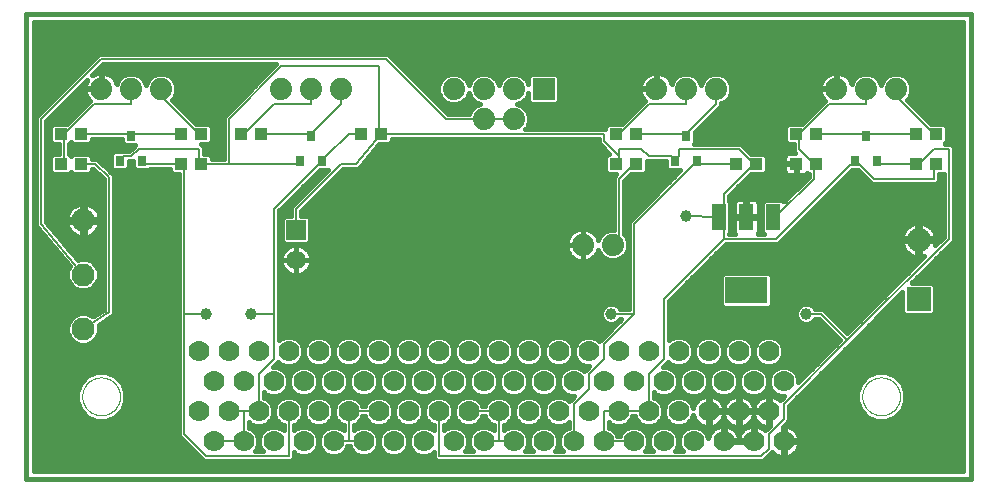
<source format=gtl>
G75*
%MOIN*%
%OFA0B0*%
%FSLAX25Y25*%
%IPPOS*%
%LPD*%
%AMOC8*
5,1,8,0,0,1.08239X$1,22.5*
%
%ADD10C,0.00000*%
%ADD11C,0.01600*%
%ADD12R,0.03150X0.03543*%
%ADD13R,0.04331X0.03937*%
%ADD14C,0.07400*%
%ADD15R,0.04799X0.08799*%
%ADD16R,0.14173X0.08661*%
%ADD17C,0.06500*%
%ADD18R,0.06500X0.06500*%
%ADD19R,0.07400X0.07400*%
%ADD20R,0.08000X0.08000*%
%ADD21C,0.08000*%
%ADD22C,0.07677*%
%ADD23C,0.07000*%
%ADD24C,0.03937*%
%ADD25C,0.00600*%
D10*
X0020501Y0029300D02*
X0020503Y0029458D01*
X0020509Y0029616D01*
X0020519Y0029774D01*
X0020533Y0029932D01*
X0020551Y0030089D01*
X0020572Y0030246D01*
X0020598Y0030402D01*
X0020628Y0030558D01*
X0020661Y0030713D01*
X0020699Y0030866D01*
X0020740Y0031019D01*
X0020785Y0031171D01*
X0020834Y0031322D01*
X0020887Y0031471D01*
X0020943Y0031619D01*
X0021003Y0031765D01*
X0021067Y0031910D01*
X0021135Y0032053D01*
X0021206Y0032195D01*
X0021280Y0032335D01*
X0021358Y0032472D01*
X0021440Y0032608D01*
X0021524Y0032742D01*
X0021613Y0032873D01*
X0021704Y0033002D01*
X0021799Y0033129D01*
X0021896Y0033254D01*
X0021997Y0033376D01*
X0022101Y0033495D01*
X0022208Y0033612D01*
X0022318Y0033726D01*
X0022431Y0033837D01*
X0022546Y0033946D01*
X0022664Y0034051D01*
X0022785Y0034153D01*
X0022908Y0034253D01*
X0023034Y0034349D01*
X0023162Y0034442D01*
X0023292Y0034532D01*
X0023425Y0034618D01*
X0023560Y0034702D01*
X0023696Y0034781D01*
X0023835Y0034858D01*
X0023976Y0034930D01*
X0024118Y0035000D01*
X0024262Y0035065D01*
X0024408Y0035127D01*
X0024555Y0035185D01*
X0024704Y0035240D01*
X0024854Y0035291D01*
X0025005Y0035338D01*
X0025157Y0035381D01*
X0025310Y0035420D01*
X0025465Y0035456D01*
X0025620Y0035487D01*
X0025776Y0035515D01*
X0025932Y0035539D01*
X0026089Y0035559D01*
X0026247Y0035575D01*
X0026404Y0035587D01*
X0026563Y0035595D01*
X0026721Y0035599D01*
X0026879Y0035599D01*
X0027037Y0035595D01*
X0027196Y0035587D01*
X0027353Y0035575D01*
X0027511Y0035559D01*
X0027668Y0035539D01*
X0027824Y0035515D01*
X0027980Y0035487D01*
X0028135Y0035456D01*
X0028290Y0035420D01*
X0028443Y0035381D01*
X0028595Y0035338D01*
X0028746Y0035291D01*
X0028896Y0035240D01*
X0029045Y0035185D01*
X0029192Y0035127D01*
X0029338Y0035065D01*
X0029482Y0035000D01*
X0029624Y0034930D01*
X0029765Y0034858D01*
X0029904Y0034781D01*
X0030040Y0034702D01*
X0030175Y0034618D01*
X0030308Y0034532D01*
X0030438Y0034442D01*
X0030566Y0034349D01*
X0030692Y0034253D01*
X0030815Y0034153D01*
X0030936Y0034051D01*
X0031054Y0033946D01*
X0031169Y0033837D01*
X0031282Y0033726D01*
X0031392Y0033612D01*
X0031499Y0033495D01*
X0031603Y0033376D01*
X0031704Y0033254D01*
X0031801Y0033129D01*
X0031896Y0033002D01*
X0031987Y0032873D01*
X0032076Y0032742D01*
X0032160Y0032608D01*
X0032242Y0032472D01*
X0032320Y0032335D01*
X0032394Y0032195D01*
X0032465Y0032053D01*
X0032533Y0031910D01*
X0032597Y0031765D01*
X0032657Y0031619D01*
X0032713Y0031471D01*
X0032766Y0031322D01*
X0032815Y0031171D01*
X0032860Y0031019D01*
X0032901Y0030866D01*
X0032939Y0030713D01*
X0032972Y0030558D01*
X0033002Y0030402D01*
X0033028Y0030246D01*
X0033049Y0030089D01*
X0033067Y0029932D01*
X0033081Y0029774D01*
X0033091Y0029616D01*
X0033097Y0029458D01*
X0033099Y0029300D01*
X0033097Y0029142D01*
X0033091Y0028984D01*
X0033081Y0028826D01*
X0033067Y0028668D01*
X0033049Y0028511D01*
X0033028Y0028354D01*
X0033002Y0028198D01*
X0032972Y0028042D01*
X0032939Y0027887D01*
X0032901Y0027734D01*
X0032860Y0027581D01*
X0032815Y0027429D01*
X0032766Y0027278D01*
X0032713Y0027129D01*
X0032657Y0026981D01*
X0032597Y0026835D01*
X0032533Y0026690D01*
X0032465Y0026547D01*
X0032394Y0026405D01*
X0032320Y0026265D01*
X0032242Y0026128D01*
X0032160Y0025992D01*
X0032076Y0025858D01*
X0031987Y0025727D01*
X0031896Y0025598D01*
X0031801Y0025471D01*
X0031704Y0025346D01*
X0031603Y0025224D01*
X0031499Y0025105D01*
X0031392Y0024988D01*
X0031282Y0024874D01*
X0031169Y0024763D01*
X0031054Y0024654D01*
X0030936Y0024549D01*
X0030815Y0024447D01*
X0030692Y0024347D01*
X0030566Y0024251D01*
X0030438Y0024158D01*
X0030308Y0024068D01*
X0030175Y0023982D01*
X0030040Y0023898D01*
X0029904Y0023819D01*
X0029765Y0023742D01*
X0029624Y0023670D01*
X0029482Y0023600D01*
X0029338Y0023535D01*
X0029192Y0023473D01*
X0029045Y0023415D01*
X0028896Y0023360D01*
X0028746Y0023309D01*
X0028595Y0023262D01*
X0028443Y0023219D01*
X0028290Y0023180D01*
X0028135Y0023144D01*
X0027980Y0023113D01*
X0027824Y0023085D01*
X0027668Y0023061D01*
X0027511Y0023041D01*
X0027353Y0023025D01*
X0027196Y0023013D01*
X0027037Y0023005D01*
X0026879Y0023001D01*
X0026721Y0023001D01*
X0026563Y0023005D01*
X0026404Y0023013D01*
X0026247Y0023025D01*
X0026089Y0023041D01*
X0025932Y0023061D01*
X0025776Y0023085D01*
X0025620Y0023113D01*
X0025465Y0023144D01*
X0025310Y0023180D01*
X0025157Y0023219D01*
X0025005Y0023262D01*
X0024854Y0023309D01*
X0024704Y0023360D01*
X0024555Y0023415D01*
X0024408Y0023473D01*
X0024262Y0023535D01*
X0024118Y0023600D01*
X0023976Y0023670D01*
X0023835Y0023742D01*
X0023696Y0023819D01*
X0023560Y0023898D01*
X0023425Y0023982D01*
X0023292Y0024068D01*
X0023162Y0024158D01*
X0023034Y0024251D01*
X0022908Y0024347D01*
X0022785Y0024447D01*
X0022664Y0024549D01*
X0022546Y0024654D01*
X0022431Y0024763D01*
X0022318Y0024874D01*
X0022208Y0024988D01*
X0022101Y0025105D01*
X0021997Y0025224D01*
X0021896Y0025346D01*
X0021799Y0025471D01*
X0021704Y0025598D01*
X0021613Y0025727D01*
X0021524Y0025858D01*
X0021440Y0025992D01*
X0021358Y0026128D01*
X0021280Y0026265D01*
X0021206Y0026405D01*
X0021135Y0026547D01*
X0021067Y0026690D01*
X0021003Y0026835D01*
X0020943Y0026981D01*
X0020887Y0027129D01*
X0020834Y0027278D01*
X0020785Y0027429D01*
X0020740Y0027581D01*
X0020699Y0027734D01*
X0020661Y0027887D01*
X0020628Y0028042D01*
X0020598Y0028198D01*
X0020572Y0028354D01*
X0020551Y0028511D01*
X0020533Y0028668D01*
X0020519Y0028826D01*
X0020509Y0028984D01*
X0020503Y0029142D01*
X0020501Y0029300D01*
X0280501Y0029300D02*
X0280503Y0029458D01*
X0280509Y0029616D01*
X0280519Y0029774D01*
X0280533Y0029932D01*
X0280551Y0030089D01*
X0280572Y0030246D01*
X0280598Y0030402D01*
X0280628Y0030558D01*
X0280661Y0030713D01*
X0280699Y0030866D01*
X0280740Y0031019D01*
X0280785Y0031171D01*
X0280834Y0031322D01*
X0280887Y0031471D01*
X0280943Y0031619D01*
X0281003Y0031765D01*
X0281067Y0031910D01*
X0281135Y0032053D01*
X0281206Y0032195D01*
X0281280Y0032335D01*
X0281358Y0032472D01*
X0281440Y0032608D01*
X0281524Y0032742D01*
X0281613Y0032873D01*
X0281704Y0033002D01*
X0281799Y0033129D01*
X0281896Y0033254D01*
X0281997Y0033376D01*
X0282101Y0033495D01*
X0282208Y0033612D01*
X0282318Y0033726D01*
X0282431Y0033837D01*
X0282546Y0033946D01*
X0282664Y0034051D01*
X0282785Y0034153D01*
X0282908Y0034253D01*
X0283034Y0034349D01*
X0283162Y0034442D01*
X0283292Y0034532D01*
X0283425Y0034618D01*
X0283560Y0034702D01*
X0283696Y0034781D01*
X0283835Y0034858D01*
X0283976Y0034930D01*
X0284118Y0035000D01*
X0284262Y0035065D01*
X0284408Y0035127D01*
X0284555Y0035185D01*
X0284704Y0035240D01*
X0284854Y0035291D01*
X0285005Y0035338D01*
X0285157Y0035381D01*
X0285310Y0035420D01*
X0285465Y0035456D01*
X0285620Y0035487D01*
X0285776Y0035515D01*
X0285932Y0035539D01*
X0286089Y0035559D01*
X0286247Y0035575D01*
X0286404Y0035587D01*
X0286563Y0035595D01*
X0286721Y0035599D01*
X0286879Y0035599D01*
X0287037Y0035595D01*
X0287196Y0035587D01*
X0287353Y0035575D01*
X0287511Y0035559D01*
X0287668Y0035539D01*
X0287824Y0035515D01*
X0287980Y0035487D01*
X0288135Y0035456D01*
X0288290Y0035420D01*
X0288443Y0035381D01*
X0288595Y0035338D01*
X0288746Y0035291D01*
X0288896Y0035240D01*
X0289045Y0035185D01*
X0289192Y0035127D01*
X0289338Y0035065D01*
X0289482Y0035000D01*
X0289624Y0034930D01*
X0289765Y0034858D01*
X0289904Y0034781D01*
X0290040Y0034702D01*
X0290175Y0034618D01*
X0290308Y0034532D01*
X0290438Y0034442D01*
X0290566Y0034349D01*
X0290692Y0034253D01*
X0290815Y0034153D01*
X0290936Y0034051D01*
X0291054Y0033946D01*
X0291169Y0033837D01*
X0291282Y0033726D01*
X0291392Y0033612D01*
X0291499Y0033495D01*
X0291603Y0033376D01*
X0291704Y0033254D01*
X0291801Y0033129D01*
X0291896Y0033002D01*
X0291987Y0032873D01*
X0292076Y0032742D01*
X0292160Y0032608D01*
X0292242Y0032472D01*
X0292320Y0032335D01*
X0292394Y0032195D01*
X0292465Y0032053D01*
X0292533Y0031910D01*
X0292597Y0031765D01*
X0292657Y0031619D01*
X0292713Y0031471D01*
X0292766Y0031322D01*
X0292815Y0031171D01*
X0292860Y0031019D01*
X0292901Y0030866D01*
X0292939Y0030713D01*
X0292972Y0030558D01*
X0293002Y0030402D01*
X0293028Y0030246D01*
X0293049Y0030089D01*
X0293067Y0029932D01*
X0293081Y0029774D01*
X0293091Y0029616D01*
X0293097Y0029458D01*
X0293099Y0029300D01*
X0293097Y0029142D01*
X0293091Y0028984D01*
X0293081Y0028826D01*
X0293067Y0028668D01*
X0293049Y0028511D01*
X0293028Y0028354D01*
X0293002Y0028198D01*
X0292972Y0028042D01*
X0292939Y0027887D01*
X0292901Y0027734D01*
X0292860Y0027581D01*
X0292815Y0027429D01*
X0292766Y0027278D01*
X0292713Y0027129D01*
X0292657Y0026981D01*
X0292597Y0026835D01*
X0292533Y0026690D01*
X0292465Y0026547D01*
X0292394Y0026405D01*
X0292320Y0026265D01*
X0292242Y0026128D01*
X0292160Y0025992D01*
X0292076Y0025858D01*
X0291987Y0025727D01*
X0291896Y0025598D01*
X0291801Y0025471D01*
X0291704Y0025346D01*
X0291603Y0025224D01*
X0291499Y0025105D01*
X0291392Y0024988D01*
X0291282Y0024874D01*
X0291169Y0024763D01*
X0291054Y0024654D01*
X0290936Y0024549D01*
X0290815Y0024447D01*
X0290692Y0024347D01*
X0290566Y0024251D01*
X0290438Y0024158D01*
X0290308Y0024068D01*
X0290175Y0023982D01*
X0290040Y0023898D01*
X0289904Y0023819D01*
X0289765Y0023742D01*
X0289624Y0023670D01*
X0289482Y0023600D01*
X0289338Y0023535D01*
X0289192Y0023473D01*
X0289045Y0023415D01*
X0288896Y0023360D01*
X0288746Y0023309D01*
X0288595Y0023262D01*
X0288443Y0023219D01*
X0288290Y0023180D01*
X0288135Y0023144D01*
X0287980Y0023113D01*
X0287824Y0023085D01*
X0287668Y0023061D01*
X0287511Y0023041D01*
X0287353Y0023025D01*
X0287196Y0023013D01*
X0287037Y0023005D01*
X0286879Y0023001D01*
X0286721Y0023001D01*
X0286563Y0023005D01*
X0286404Y0023013D01*
X0286247Y0023025D01*
X0286089Y0023041D01*
X0285932Y0023061D01*
X0285776Y0023085D01*
X0285620Y0023113D01*
X0285465Y0023144D01*
X0285310Y0023180D01*
X0285157Y0023219D01*
X0285005Y0023262D01*
X0284854Y0023309D01*
X0284704Y0023360D01*
X0284555Y0023415D01*
X0284408Y0023473D01*
X0284262Y0023535D01*
X0284118Y0023600D01*
X0283976Y0023670D01*
X0283835Y0023742D01*
X0283696Y0023819D01*
X0283560Y0023898D01*
X0283425Y0023982D01*
X0283292Y0024068D01*
X0283162Y0024158D01*
X0283034Y0024251D01*
X0282908Y0024347D01*
X0282785Y0024447D01*
X0282664Y0024549D01*
X0282546Y0024654D01*
X0282431Y0024763D01*
X0282318Y0024874D01*
X0282208Y0024988D01*
X0282101Y0025105D01*
X0281997Y0025224D01*
X0281896Y0025346D01*
X0281799Y0025471D01*
X0281704Y0025598D01*
X0281613Y0025727D01*
X0281524Y0025858D01*
X0281440Y0025992D01*
X0281358Y0026128D01*
X0281280Y0026265D01*
X0281206Y0026405D01*
X0281135Y0026547D01*
X0281067Y0026690D01*
X0281003Y0026835D01*
X0280943Y0026981D01*
X0280887Y0027129D01*
X0280834Y0027278D01*
X0280785Y0027429D01*
X0280740Y0027581D01*
X0280699Y0027734D01*
X0280661Y0027887D01*
X0280628Y0028042D01*
X0280598Y0028198D01*
X0280572Y0028354D01*
X0280551Y0028511D01*
X0280533Y0028668D01*
X0280519Y0028826D01*
X0280509Y0028984D01*
X0280503Y0029142D01*
X0280501Y0029300D01*
D11*
X0001800Y0001800D02*
X0001800Y0156800D01*
X0316800Y0156800D01*
X0316800Y0001800D01*
X0001800Y0001800D01*
X0004400Y0004400D02*
X0004400Y0154200D01*
X0314200Y0154200D01*
X0314200Y0004400D01*
X0004400Y0004400D01*
X0004400Y0004997D02*
X0314200Y0004997D01*
X0314200Y0006596D02*
X0004400Y0006596D01*
X0004400Y0008194D02*
X0060502Y0008194D01*
X0060100Y0008596D02*
X0061096Y0007600D01*
X0090004Y0007600D01*
X0091000Y0008596D01*
X0091000Y0010670D01*
X0091524Y0010146D01*
X0093325Y0009400D01*
X0095275Y0009400D01*
X0097076Y0010146D01*
X0098454Y0011524D01*
X0099200Y0013325D01*
X0099200Y0015275D01*
X0098454Y0017076D01*
X0097076Y0018454D01*
X0095275Y0019200D01*
X0093325Y0019200D01*
X0091524Y0018454D01*
X0091000Y0017930D01*
X0091000Y0019700D01*
X0092076Y0020146D01*
X0093454Y0021524D01*
X0094200Y0023325D01*
X0094200Y0025275D01*
X0093454Y0027076D01*
X0092076Y0028454D01*
X0090275Y0029200D01*
X0088325Y0029200D01*
X0086524Y0028454D01*
X0085146Y0027076D01*
X0084400Y0025275D01*
X0084400Y0023325D01*
X0085146Y0021524D01*
X0086524Y0020146D01*
X0087600Y0019700D01*
X0087600Y0017930D01*
X0087076Y0018454D01*
X0085275Y0019200D01*
X0083325Y0019200D01*
X0081524Y0018454D01*
X0080146Y0017076D01*
X0079400Y0015275D01*
X0079400Y0013325D01*
X0080146Y0011524D01*
X0080670Y0011000D01*
X0077930Y0011000D01*
X0078454Y0011524D01*
X0079200Y0013325D01*
X0079200Y0015275D01*
X0078454Y0017076D01*
X0077076Y0018454D01*
X0076000Y0018900D01*
X0076000Y0020670D01*
X0076524Y0020146D01*
X0078325Y0019400D01*
X0080275Y0019400D01*
X0082076Y0020146D01*
X0083454Y0021524D01*
X0084200Y0023325D01*
X0084200Y0025275D01*
X0083454Y0027076D01*
X0082076Y0028454D01*
X0081000Y0028900D01*
X0081000Y0030670D01*
X0081524Y0030146D01*
X0083325Y0029400D01*
X0085275Y0029400D01*
X0087076Y0030146D01*
X0088454Y0031524D01*
X0089200Y0033325D01*
X0089200Y0035275D01*
X0088454Y0037076D01*
X0087076Y0038454D01*
X0085275Y0039200D01*
X0084104Y0039200D01*
X0085004Y0040100D01*
X0085004Y0040100D01*
X0085787Y0040883D01*
X0086524Y0040146D01*
X0088325Y0039400D01*
X0090275Y0039400D01*
X0092076Y0040146D01*
X0093454Y0041524D01*
X0094200Y0043325D01*
X0094200Y0045275D01*
X0093454Y0047076D01*
X0092076Y0048454D01*
X0090275Y0049200D01*
X0088325Y0049200D01*
X0086524Y0048454D01*
X0086000Y0047930D01*
X0086000Y0091096D01*
X0099595Y0104691D01*
X0102287Y0104691D01*
X0091096Y0093500D01*
X0090100Y0092504D01*
X0090100Y0089450D01*
X0087970Y0089450D01*
X0087150Y0088630D01*
X0087150Y0080970D01*
X0087970Y0080150D01*
X0095630Y0080150D01*
X0096450Y0080970D01*
X0096450Y0088630D01*
X0095630Y0089450D01*
X0093500Y0089450D01*
X0093500Y0091096D01*
X0107504Y0105100D01*
X0111184Y0105100D01*
X0111251Y0105044D01*
X0111876Y0105100D01*
X0112504Y0105100D01*
X0112566Y0105162D01*
X0112654Y0105170D01*
X0113056Y0105652D01*
X0113500Y0106096D01*
X0113500Y0106184D01*
X0119549Y0113431D01*
X0122892Y0113431D01*
X0123712Y0114252D01*
X0123712Y0115100D01*
X0192600Y0115100D01*
X0192600Y0113596D01*
X0196027Y0110168D01*
X0195708Y0110168D01*
X0194888Y0109348D01*
X0194888Y0104252D01*
X0195708Y0103431D01*
X0198527Y0103431D01*
X0197600Y0102504D01*
X0197600Y0084900D01*
X0196286Y0084900D01*
X0194411Y0084124D01*
X0192976Y0082689D01*
X0192510Y0081563D01*
X0192397Y0081911D01*
X0192004Y0082683D01*
X0191495Y0083383D01*
X0190883Y0083995D01*
X0190183Y0084504D01*
X0189411Y0084897D01*
X0188588Y0085165D01*
X0187733Y0085300D01*
X0187300Y0085300D01*
X0187300Y0079800D01*
X0187300Y0079800D01*
X0187300Y0074300D01*
X0187733Y0074300D01*
X0188588Y0074435D01*
X0189411Y0074703D01*
X0190183Y0075096D01*
X0190883Y0075605D01*
X0191495Y0076217D01*
X0192004Y0076917D01*
X0192397Y0077689D01*
X0192510Y0078037D01*
X0192976Y0076911D01*
X0194411Y0075476D01*
X0196286Y0074700D01*
X0198314Y0074700D01*
X0200189Y0075476D01*
X0201624Y0076911D01*
X0202400Y0078786D01*
X0202400Y0080814D01*
X0201624Y0082689D01*
X0201000Y0083312D01*
X0201000Y0101096D01*
X0203336Y0103431D01*
X0207892Y0103431D01*
X0208712Y0104252D01*
X0208712Y0107600D01*
X0215085Y0107600D01*
X0215085Y0105511D01*
X0215905Y0104691D01*
X0219787Y0104691D01*
X0203596Y0088500D01*
X0202600Y0087504D01*
X0202600Y0058500D01*
X0199742Y0058500D01*
X0199656Y0058708D01*
X0198708Y0059656D01*
X0197470Y0060168D01*
X0196130Y0060168D01*
X0194892Y0059656D01*
X0193944Y0058708D01*
X0193431Y0057470D01*
X0193431Y0056130D01*
X0193944Y0054892D01*
X0194892Y0053944D01*
X0196130Y0053431D01*
X0197470Y0053431D01*
X0198708Y0053944D01*
X0199656Y0054892D01*
X0199742Y0055100D01*
X0200196Y0055100D01*
X0193596Y0048500D01*
X0192813Y0047717D01*
X0192076Y0048454D01*
X0190275Y0049200D01*
X0188325Y0049200D01*
X0186524Y0048454D01*
X0185146Y0047076D01*
X0184400Y0045275D01*
X0184400Y0043325D01*
X0185146Y0041524D01*
X0186524Y0040146D01*
X0188325Y0039400D01*
X0189496Y0039400D01*
X0188596Y0038500D01*
X0187813Y0037717D01*
X0187076Y0038454D01*
X0185275Y0039200D01*
X0183325Y0039200D01*
X0181524Y0038454D01*
X0180146Y0037076D01*
X0179400Y0035275D01*
X0179400Y0033325D01*
X0180146Y0031524D01*
X0181524Y0030146D01*
X0183325Y0029400D01*
X0184496Y0029400D01*
X0183596Y0028500D01*
X0182813Y0027717D01*
X0182076Y0028454D01*
X0180275Y0029200D01*
X0178325Y0029200D01*
X0176524Y0028454D01*
X0175146Y0027076D01*
X0174400Y0025275D01*
X0174400Y0023325D01*
X0175146Y0021524D01*
X0176524Y0020146D01*
X0178325Y0019400D01*
X0180275Y0019400D01*
X0182076Y0020146D01*
X0182600Y0020670D01*
X0182600Y0018900D01*
X0181524Y0018454D01*
X0180146Y0017076D01*
X0179400Y0015275D01*
X0179400Y0013325D01*
X0180146Y0011524D01*
X0180670Y0011000D01*
X0177930Y0011000D01*
X0178454Y0011524D01*
X0179200Y0013325D01*
X0179200Y0015275D01*
X0178454Y0017076D01*
X0177076Y0018454D01*
X0175275Y0019200D01*
X0173325Y0019200D01*
X0171524Y0018454D01*
X0170146Y0017076D01*
X0169400Y0015275D01*
X0169400Y0013325D01*
X0170146Y0011524D01*
X0170670Y0011000D01*
X0167930Y0011000D01*
X0168454Y0011524D01*
X0169200Y0013325D01*
X0169200Y0015275D01*
X0168454Y0017076D01*
X0167076Y0018454D01*
X0165275Y0019200D01*
X0163325Y0019200D01*
X0161524Y0018454D01*
X0161000Y0017930D01*
X0161000Y0019700D01*
X0162076Y0020146D01*
X0163454Y0021524D01*
X0164200Y0023325D01*
X0164200Y0025275D01*
X0163454Y0027076D01*
X0162076Y0028454D01*
X0160275Y0029200D01*
X0158325Y0029200D01*
X0156524Y0028454D01*
X0155146Y0027076D01*
X0154700Y0026000D01*
X0153900Y0026000D01*
X0153454Y0027076D01*
X0152076Y0028454D01*
X0150275Y0029200D01*
X0148325Y0029200D01*
X0146524Y0028454D01*
X0145146Y0027076D01*
X0144400Y0025275D01*
X0144400Y0023325D01*
X0145146Y0021524D01*
X0146524Y0020146D01*
X0148325Y0019400D01*
X0150275Y0019400D01*
X0152076Y0020146D01*
X0153454Y0021524D01*
X0153900Y0022600D01*
X0154700Y0022600D01*
X0155146Y0021524D01*
X0156524Y0020146D01*
X0157600Y0019700D01*
X0157600Y0017930D01*
X0157076Y0018454D01*
X0155275Y0019200D01*
X0153325Y0019200D01*
X0151524Y0018454D01*
X0150146Y0017076D01*
X0149400Y0015275D01*
X0149400Y0013325D01*
X0150146Y0011524D01*
X0150670Y0011000D01*
X0147930Y0011000D01*
X0148454Y0011524D01*
X0149200Y0013325D01*
X0149200Y0015275D01*
X0148454Y0017076D01*
X0147076Y0018454D01*
X0145275Y0019200D01*
X0143325Y0019200D01*
X0141524Y0018454D01*
X0141000Y0017930D01*
X0141000Y0019700D01*
X0142076Y0020146D01*
X0143454Y0021524D01*
X0144200Y0023325D01*
X0144200Y0025275D01*
X0143454Y0027076D01*
X0142076Y0028454D01*
X0140275Y0029200D01*
X0138325Y0029200D01*
X0136524Y0028454D01*
X0135146Y0027076D01*
X0134400Y0025275D01*
X0134400Y0023325D01*
X0135146Y0021524D01*
X0136524Y0020146D01*
X0137600Y0019700D01*
X0137600Y0017930D01*
X0137076Y0018454D01*
X0135275Y0019200D01*
X0133325Y0019200D01*
X0131524Y0018454D01*
X0130146Y0017076D01*
X0129400Y0015275D01*
X0129400Y0013325D01*
X0130146Y0011524D01*
X0131524Y0010146D01*
X0133325Y0009400D01*
X0135275Y0009400D01*
X0137076Y0010146D01*
X0137600Y0010670D01*
X0137600Y0008596D01*
X0138596Y0007600D01*
X0247504Y0007600D01*
X0248500Y0008596D01*
X0250504Y0010600D01*
X0250847Y0010257D01*
X0251522Y0009767D01*
X0252266Y0009388D01*
X0253059Y0009130D01*
X0253883Y0009000D01*
X0254017Y0009000D01*
X0254017Y0014017D01*
X0254583Y0014017D01*
X0254583Y0014583D01*
X0254017Y0014583D01*
X0254017Y0019113D01*
X0256000Y0021096D01*
X0256000Y0026096D01*
X0276254Y0046350D01*
X0277250Y0047346D01*
X0293900Y0063996D01*
X0293900Y0057220D01*
X0294720Y0056400D01*
X0303880Y0056400D01*
X0304700Y0057220D01*
X0304700Y0066380D01*
X0303880Y0067200D01*
X0297104Y0067200D01*
X0311000Y0081096D01*
X0311000Y0112504D01*
X0310004Y0113500D01*
X0307960Y0113500D01*
X0308712Y0114252D01*
X0308712Y0119348D01*
X0307892Y0120168D01*
X0303336Y0120168D01*
X0295358Y0128146D01*
X0296124Y0128911D01*
X0296900Y0130786D01*
X0296900Y0132814D01*
X0296124Y0134689D01*
X0294689Y0136124D01*
X0292814Y0136900D01*
X0290786Y0136900D01*
X0288911Y0136124D01*
X0287476Y0134689D01*
X0286800Y0133056D01*
X0286124Y0134689D01*
X0284689Y0136124D01*
X0282814Y0136900D01*
X0280786Y0136900D01*
X0278911Y0136124D01*
X0277476Y0134689D01*
X0277010Y0133563D01*
X0276897Y0133911D01*
X0276504Y0134683D01*
X0275995Y0135383D01*
X0275383Y0135995D01*
X0274683Y0136504D01*
X0273911Y0136897D01*
X0273088Y0137165D01*
X0272233Y0137300D01*
X0272000Y0137300D01*
X0272000Y0132000D01*
X0271600Y0132000D01*
X0271600Y0137300D01*
X0271367Y0137300D01*
X0270512Y0137165D01*
X0269689Y0136897D01*
X0268917Y0136504D01*
X0268217Y0135995D01*
X0267605Y0135383D01*
X0267096Y0134683D01*
X0266703Y0133911D01*
X0266435Y0133088D01*
X0266300Y0132233D01*
X0266300Y0132000D01*
X0271600Y0132000D01*
X0271600Y0131600D01*
X0266300Y0131600D01*
X0266300Y0131367D01*
X0266435Y0130512D01*
X0266703Y0129689D01*
X0267096Y0128917D01*
X0267605Y0128217D01*
X0267959Y0127863D01*
X0267600Y0127504D01*
X0260264Y0120168D01*
X0255708Y0120168D01*
X0254888Y0119348D01*
X0254888Y0114252D01*
X0255708Y0113431D01*
X0257600Y0113431D01*
X0257600Y0111096D01*
X0258127Y0110568D01*
X0256051Y0110568D01*
X0255593Y0110446D01*
X0255183Y0110209D01*
X0254848Y0109874D01*
X0254611Y0109463D01*
X0254488Y0109005D01*
X0254488Y0106984D01*
X0258269Y0106984D01*
X0258269Y0106616D01*
X0254488Y0106616D01*
X0254488Y0104595D01*
X0254611Y0104137D01*
X0254848Y0103726D01*
X0255183Y0103391D01*
X0255593Y0103154D01*
X0256051Y0103031D01*
X0258269Y0103031D01*
X0258269Y0106616D01*
X0258638Y0106616D01*
X0258638Y0103031D01*
X0260856Y0103031D01*
X0261314Y0103154D01*
X0261724Y0103391D01*
X0262059Y0103726D01*
X0262077Y0103756D01*
X0262401Y0103431D01*
X0262600Y0103431D01*
X0262600Y0102504D01*
X0254387Y0094291D01*
X0253878Y0094800D01*
X0247919Y0094800D01*
X0247099Y0093980D01*
X0247099Y0084021D01*
X0247620Y0083500D01*
X0245642Y0083500D01*
X0245877Y0083906D01*
X0246000Y0084364D01*
X0246000Y0088601D01*
X0242200Y0088601D01*
X0242200Y0089401D01*
X0241400Y0089401D01*
X0241400Y0095200D01*
X0239163Y0095200D01*
X0238706Y0095078D01*
X0238295Y0094841D01*
X0237960Y0094506D01*
X0237723Y0094095D01*
X0237600Y0093637D01*
X0237600Y0089401D01*
X0241400Y0089401D01*
X0241400Y0088601D01*
X0237600Y0088601D01*
X0237600Y0084364D01*
X0237723Y0083906D01*
X0237958Y0083500D01*
X0236000Y0083500D01*
X0236000Y0083520D01*
X0236501Y0084021D01*
X0236501Y0093980D01*
X0236000Y0094481D01*
X0236000Y0096096D01*
X0243336Y0103431D01*
X0247892Y0103431D01*
X0248712Y0104252D01*
X0248712Y0109348D01*
X0247892Y0110168D01*
X0243336Y0110168D01*
X0241000Y0112504D01*
X0240004Y0113500D01*
X0224496Y0113500D01*
X0224775Y0113779D01*
X0224775Y0117371D01*
X0232504Y0125100D01*
X0232504Y0125100D01*
X0233500Y0126096D01*
X0233500Y0126984D01*
X0234689Y0127476D01*
X0236124Y0128911D01*
X0236900Y0130786D01*
X0236900Y0132814D01*
X0236124Y0134689D01*
X0234689Y0136124D01*
X0232814Y0136900D01*
X0230786Y0136900D01*
X0228911Y0136124D01*
X0227476Y0134689D01*
X0226800Y0133056D01*
X0226124Y0134689D01*
X0224689Y0136124D01*
X0222814Y0136900D01*
X0220786Y0136900D01*
X0218911Y0136124D01*
X0217476Y0134689D01*
X0217010Y0133563D01*
X0216897Y0133911D01*
X0216504Y0134683D01*
X0215995Y0135383D01*
X0215383Y0135995D01*
X0214683Y0136504D01*
X0213911Y0136897D01*
X0213088Y0137165D01*
X0212233Y0137300D01*
X0212000Y0137300D01*
X0212000Y0132000D01*
X0211600Y0132000D01*
X0211600Y0137300D01*
X0211367Y0137300D01*
X0210512Y0137165D01*
X0209689Y0136897D01*
X0208917Y0136504D01*
X0208217Y0135995D01*
X0207605Y0135383D01*
X0207096Y0134683D01*
X0206703Y0133911D01*
X0206435Y0133088D01*
X0206300Y0132233D01*
X0206300Y0132000D01*
X0211600Y0132000D01*
X0211600Y0131600D01*
X0206300Y0131600D01*
X0206300Y0131367D01*
X0206435Y0130512D01*
X0206703Y0129689D01*
X0207096Y0128917D01*
X0207605Y0128217D01*
X0207959Y0127863D01*
X0207600Y0127504D01*
X0200264Y0120168D01*
X0195708Y0120168D01*
X0194888Y0119348D01*
X0194888Y0118500D01*
X0168212Y0118500D01*
X0168624Y0118911D01*
X0169400Y0120786D01*
X0169400Y0122814D01*
X0168624Y0124689D01*
X0167189Y0126124D01*
X0165556Y0126800D01*
X0167189Y0127476D01*
X0168624Y0128911D01*
X0169200Y0130303D01*
X0169200Y0127520D01*
X0170020Y0126700D01*
X0178580Y0126700D01*
X0179400Y0127520D01*
X0179400Y0136080D01*
X0178580Y0136900D01*
X0170020Y0136900D01*
X0169200Y0136080D01*
X0169200Y0133297D01*
X0168624Y0134689D01*
X0167189Y0136124D01*
X0165314Y0136900D01*
X0163286Y0136900D01*
X0161411Y0136124D01*
X0159976Y0134689D01*
X0159300Y0133056D01*
X0158624Y0134689D01*
X0157189Y0136124D01*
X0155314Y0136900D01*
X0153286Y0136900D01*
X0151411Y0136124D01*
X0149976Y0134689D01*
X0149300Y0133056D01*
X0148624Y0134689D01*
X0147189Y0136124D01*
X0145314Y0136900D01*
X0143286Y0136900D01*
X0141411Y0136124D01*
X0139976Y0134689D01*
X0139200Y0132814D01*
X0139200Y0130786D01*
X0139976Y0128911D01*
X0141411Y0127476D01*
X0143286Y0126700D01*
X0145314Y0126700D01*
X0147189Y0127476D01*
X0148624Y0128911D01*
X0149300Y0130544D01*
X0149976Y0128911D01*
X0151411Y0127476D01*
X0153044Y0126800D01*
X0151411Y0126124D01*
X0149976Y0124689D01*
X0149484Y0123500D01*
X0142504Y0123500D01*
X0123500Y0142504D01*
X0122504Y0143500D01*
X0026096Y0143500D01*
X0006096Y0123500D01*
X0005100Y0122504D01*
X0005100Y0086879D01*
X0005042Y0086257D01*
X0005100Y0086187D01*
X0005100Y0086096D01*
X0005542Y0085654D01*
X0016283Y0072695D01*
X0015561Y0070952D01*
X0015561Y0068868D01*
X0016359Y0066943D01*
X0017833Y0065469D01*
X0019758Y0064672D01*
X0021842Y0064672D01*
X0023767Y0065469D01*
X0025241Y0066943D01*
X0026039Y0068868D01*
X0026039Y0070952D01*
X0025241Y0072878D01*
X0023767Y0074351D01*
X0021842Y0075149D01*
X0019758Y0075149D01*
X0018945Y0074812D01*
X0008500Y0087413D01*
X0008500Y0121096D01*
X0022120Y0134716D01*
X0022096Y0134683D01*
X0021703Y0133911D01*
X0021435Y0133088D01*
X0021300Y0132233D01*
X0021300Y0132000D01*
X0026600Y0132000D01*
X0026600Y0137300D01*
X0026367Y0137300D01*
X0025512Y0137165D01*
X0024689Y0136897D01*
X0023917Y0136504D01*
X0023884Y0136480D01*
X0027504Y0140100D01*
X0085196Y0140100D01*
X0085100Y0140004D01*
X0067600Y0122504D01*
X0067600Y0108500D01*
X0063712Y0108500D01*
X0063712Y0109348D01*
X0062892Y0110168D01*
X0061000Y0110168D01*
X0061000Y0112504D01*
X0060073Y0113431D01*
X0062892Y0113431D01*
X0063712Y0114252D01*
X0063712Y0119348D01*
X0062892Y0120168D01*
X0058336Y0120168D01*
X0050358Y0128146D01*
X0051124Y0128911D01*
X0051900Y0130786D01*
X0051900Y0132814D01*
X0051124Y0134689D01*
X0049689Y0136124D01*
X0047814Y0136900D01*
X0045786Y0136900D01*
X0043911Y0136124D01*
X0042476Y0134689D01*
X0041800Y0133056D01*
X0041124Y0134689D01*
X0039689Y0136124D01*
X0037814Y0136900D01*
X0035786Y0136900D01*
X0033911Y0136124D01*
X0032476Y0134689D01*
X0032010Y0133563D01*
X0031897Y0133911D01*
X0031504Y0134683D01*
X0030995Y0135383D01*
X0030383Y0135995D01*
X0029683Y0136504D01*
X0028911Y0136897D01*
X0028088Y0137165D01*
X0027233Y0137300D01*
X0027000Y0137300D01*
X0027000Y0132000D01*
X0026600Y0132000D01*
X0026600Y0131600D01*
X0021300Y0131600D01*
X0021300Y0131367D01*
X0021435Y0130512D01*
X0021703Y0129689D01*
X0022096Y0128917D01*
X0022605Y0128217D01*
X0022959Y0127863D01*
X0022600Y0127504D01*
X0015264Y0120168D01*
X0010708Y0120168D01*
X0009888Y0119348D01*
X0009888Y0114252D01*
X0010708Y0113431D01*
X0012600Y0113431D01*
X0012600Y0110168D01*
X0010708Y0110168D01*
X0009888Y0109348D01*
X0009888Y0104252D01*
X0010708Y0103431D01*
X0016199Y0103431D01*
X0016800Y0104033D01*
X0017401Y0103431D01*
X0022892Y0103431D01*
X0023712Y0104252D01*
X0023712Y0105100D01*
X0024096Y0105100D01*
X0027600Y0101596D01*
X0027600Y0058225D01*
X0024069Y0055940D01*
X0023767Y0056241D01*
X0021842Y0057039D01*
X0019758Y0057039D01*
X0017833Y0056241D01*
X0016359Y0054767D01*
X0015561Y0052842D01*
X0015561Y0050758D01*
X0016359Y0048833D01*
X0017833Y0047359D01*
X0019758Y0046561D01*
X0021842Y0046561D01*
X0023767Y0047359D01*
X0025241Y0048833D01*
X0026039Y0050758D01*
X0026039Y0052842D01*
X0025933Y0053097D01*
X0029802Y0055600D01*
X0030004Y0055600D01*
X0030375Y0055971D01*
X0030815Y0056255D01*
X0030857Y0056453D01*
X0031000Y0056596D01*
X0031000Y0057120D01*
X0031110Y0057632D01*
X0031000Y0057802D01*
X0031000Y0103004D01*
X0030004Y0104000D01*
X0025504Y0108500D01*
X0023712Y0108500D01*
X0023712Y0109348D01*
X0022892Y0110168D01*
X0017401Y0110168D01*
X0016800Y0109567D01*
X0016199Y0110168D01*
X0016000Y0110168D01*
X0016000Y0113431D01*
X0016199Y0113431D01*
X0016800Y0114033D01*
X0017401Y0113431D01*
X0022892Y0113431D01*
X0023712Y0114252D01*
X0023712Y0115100D01*
X0033825Y0115100D01*
X0033825Y0113779D01*
X0034645Y0112959D01*
X0038055Y0112959D01*
X0037600Y0112504D01*
X0036096Y0111000D01*
X0035249Y0111000D01*
X0035215Y0111035D01*
X0034892Y0111035D01*
X0034878Y0111047D01*
X0034709Y0111035D01*
X0030905Y0111035D01*
X0030085Y0110215D01*
X0030085Y0105511D01*
X0030905Y0104691D01*
X0035215Y0104691D01*
X0036035Y0105511D01*
X0036035Y0107600D01*
X0037504Y0107600D01*
X0037565Y0107661D01*
X0037565Y0105511D01*
X0038385Y0104691D01*
X0042695Y0104691D01*
X0043104Y0105100D01*
X0049888Y0105100D01*
X0049888Y0104252D01*
X0050708Y0103431D01*
X0052600Y0103431D01*
X0052600Y0016096D01*
X0060100Y0008596D01*
X0058903Y0009793D02*
X0004400Y0009793D01*
X0004400Y0011391D02*
X0057305Y0011391D01*
X0055706Y0012990D02*
X0004400Y0012990D01*
X0004400Y0014588D02*
X0054108Y0014588D01*
X0052600Y0016187D02*
X0004400Y0016187D01*
X0004400Y0017785D02*
X0052600Y0017785D01*
X0052600Y0019384D02*
X0004400Y0019384D01*
X0004400Y0020982D02*
X0052600Y0020982D01*
X0052600Y0022581D02*
X0031535Y0022581D01*
X0031388Y0022434D02*
X0033666Y0024712D01*
X0034899Y0027689D01*
X0034899Y0030911D01*
X0033666Y0033888D01*
X0031388Y0036166D01*
X0028411Y0037399D01*
X0025189Y0037399D01*
X0022212Y0036166D01*
X0019934Y0033888D01*
X0018701Y0030911D01*
X0018701Y0027689D01*
X0019934Y0024712D01*
X0022212Y0022434D01*
X0025189Y0021201D01*
X0028411Y0021201D01*
X0031388Y0022434D01*
X0033133Y0024179D02*
X0052600Y0024179D01*
X0052600Y0025778D02*
X0034108Y0025778D01*
X0034770Y0027376D02*
X0052600Y0027376D01*
X0052600Y0028975D02*
X0034899Y0028975D01*
X0034899Y0030573D02*
X0052600Y0030573D01*
X0052600Y0032172D02*
X0034377Y0032172D01*
X0033715Y0033770D02*
X0052600Y0033770D01*
X0052600Y0035369D02*
X0032185Y0035369D01*
X0029454Y0036967D02*
X0052600Y0036967D01*
X0052600Y0038566D02*
X0004400Y0038566D01*
X0004400Y0040164D02*
X0052600Y0040164D01*
X0052600Y0041763D02*
X0004400Y0041763D01*
X0004400Y0043361D02*
X0052600Y0043361D01*
X0052600Y0044960D02*
X0004400Y0044960D01*
X0004400Y0046558D02*
X0052600Y0046558D01*
X0052600Y0048157D02*
X0024565Y0048157D01*
X0025623Y0049755D02*
X0052600Y0049755D01*
X0052600Y0051354D02*
X0026039Y0051354D01*
X0025993Y0052952D02*
X0052600Y0052952D01*
X0052600Y0054551D02*
X0028181Y0054551D01*
X0030651Y0056149D02*
X0052600Y0056149D01*
X0052600Y0057748D02*
X0031035Y0057748D01*
X0031000Y0059346D02*
X0052600Y0059346D01*
X0052600Y0060945D02*
X0031000Y0060945D01*
X0031000Y0062543D02*
X0052600Y0062543D01*
X0052600Y0064142D02*
X0031000Y0064142D01*
X0031000Y0065740D02*
X0052600Y0065740D01*
X0052600Y0067339D02*
X0031000Y0067339D01*
X0031000Y0068937D02*
X0052600Y0068937D01*
X0052600Y0070536D02*
X0031000Y0070536D01*
X0031000Y0072134D02*
X0052600Y0072134D01*
X0052600Y0073733D02*
X0031000Y0073733D01*
X0031000Y0075332D02*
X0052600Y0075332D01*
X0052600Y0076930D02*
X0031000Y0076930D01*
X0031000Y0078529D02*
X0052600Y0078529D01*
X0052600Y0080127D02*
X0031000Y0080127D01*
X0031000Y0081726D02*
X0052600Y0081726D01*
X0052600Y0083324D02*
X0031000Y0083324D01*
X0031000Y0084923D02*
X0052600Y0084923D01*
X0052600Y0086521D02*
X0031000Y0086521D01*
X0031000Y0088120D02*
X0052600Y0088120D01*
X0052600Y0089718D02*
X0031000Y0089718D01*
X0031000Y0091317D02*
X0052600Y0091317D01*
X0052600Y0092915D02*
X0031000Y0092915D01*
X0031000Y0094514D02*
X0052600Y0094514D01*
X0052600Y0096112D02*
X0031000Y0096112D01*
X0031000Y0097711D02*
X0052600Y0097711D01*
X0052600Y0099309D02*
X0031000Y0099309D01*
X0031000Y0100908D02*
X0052600Y0100908D01*
X0052600Y0102506D02*
X0031000Y0102506D01*
X0029899Y0104105D02*
X0050035Y0104105D01*
X0061000Y0110499D02*
X0067600Y0110499D01*
X0067600Y0112097D02*
X0061000Y0112097D01*
X0063156Y0113696D02*
X0067600Y0113696D01*
X0067600Y0115294D02*
X0063712Y0115294D01*
X0063712Y0116893D02*
X0067600Y0116893D01*
X0067600Y0118491D02*
X0063712Y0118491D01*
X0062970Y0120090D02*
X0067600Y0120090D01*
X0067600Y0121688D02*
X0056816Y0121688D01*
X0055217Y0123287D02*
X0068383Y0123287D01*
X0069981Y0124885D02*
X0053619Y0124885D01*
X0052020Y0126484D02*
X0071580Y0126484D01*
X0073178Y0128082D02*
X0050422Y0128082D01*
X0051442Y0129681D02*
X0074777Y0129681D01*
X0076375Y0131279D02*
X0051900Y0131279D01*
X0051874Y0132878D02*
X0077974Y0132878D01*
X0079572Y0134476D02*
X0051212Y0134476D01*
X0049738Y0136075D02*
X0081171Y0136075D01*
X0082769Y0137673D02*
X0025078Y0137673D01*
X0026600Y0136075D02*
X0027000Y0136075D01*
X0027000Y0134476D02*
X0026600Y0134476D01*
X0026600Y0132878D02*
X0027000Y0132878D01*
X0030273Y0136075D02*
X0033862Y0136075D01*
X0032388Y0134476D02*
X0031609Y0134476D01*
X0026676Y0139272D02*
X0084368Y0139272D01*
X0123535Y0142469D02*
X0314200Y0142469D01*
X0314200Y0140870D02*
X0125134Y0140870D01*
X0126732Y0139272D02*
X0314200Y0139272D01*
X0314200Y0137673D02*
X0128331Y0137673D01*
X0129929Y0136075D02*
X0141362Y0136075D01*
X0139888Y0134476D02*
X0131528Y0134476D01*
X0133126Y0132878D02*
X0139226Y0132878D01*
X0139200Y0131279D02*
X0134725Y0131279D01*
X0136323Y0129681D02*
X0139658Y0129681D01*
X0140805Y0128082D02*
X0137922Y0128082D01*
X0139520Y0126484D02*
X0152281Y0126484D01*
X0150805Y0128082D02*
X0147795Y0128082D01*
X0148942Y0129681D02*
X0149658Y0129681D01*
X0150173Y0124885D02*
X0141119Y0124885D01*
X0148712Y0134476D02*
X0149888Y0134476D01*
X0151362Y0136075D02*
X0147238Y0136075D01*
X0157238Y0136075D02*
X0161362Y0136075D01*
X0159888Y0134476D02*
X0158712Y0134476D01*
X0167238Y0136075D02*
X0169200Y0136075D01*
X0169200Y0134476D02*
X0168712Y0134476D01*
X0168942Y0129681D02*
X0169200Y0129681D01*
X0169200Y0128082D02*
X0167795Y0128082D01*
X0166319Y0126484D02*
X0206580Y0126484D01*
X0207739Y0128082D02*
X0179400Y0128082D01*
X0179400Y0129681D02*
X0206707Y0129681D01*
X0206314Y0131279D02*
X0179400Y0131279D01*
X0179400Y0132878D02*
X0206402Y0132878D01*
X0206991Y0134476D02*
X0179400Y0134476D01*
X0179400Y0136075D02*
X0208327Y0136075D01*
X0211600Y0136075D02*
X0212000Y0136075D01*
X0212000Y0134476D02*
X0211600Y0134476D01*
X0211600Y0132878D02*
X0212000Y0132878D01*
X0215273Y0136075D02*
X0218862Y0136075D01*
X0217388Y0134476D02*
X0216609Y0134476D01*
X0224738Y0136075D02*
X0228862Y0136075D01*
X0227388Y0134476D02*
X0226212Y0134476D01*
X0234738Y0136075D02*
X0268327Y0136075D01*
X0266991Y0134476D02*
X0236212Y0134476D01*
X0236874Y0132878D02*
X0266402Y0132878D01*
X0266314Y0131279D02*
X0236900Y0131279D01*
X0236442Y0129681D02*
X0266707Y0129681D01*
X0267739Y0128082D02*
X0235295Y0128082D01*
X0233500Y0126484D02*
X0266580Y0126484D01*
X0264981Y0124885D02*
X0232290Y0124885D01*
X0230691Y0123287D02*
X0263383Y0123287D01*
X0261784Y0121688D02*
X0229092Y0121688D01*
X0227494Y0120090D02*
X0255630Y0120090D01*
X0254888Y0118491D02*
X0225895Y0118491D01*
X0224775Y0116893D02*
X0254888Y0116893D01*
X0254888Y0115294D02*
X0224775Y0115294D01*
X0224691Y0113696D02*
X0255444Y0113696D01*
X0257600Y0112097D02*
X0241407Y0112097D01*
X0243005Y0110499D02*
X0255791Y0110499D01*
X0254488Y0108900D02*
X0248712Y0108900D01*
X0248712Y0107302D02*
X0254488Y0107302D01*
X0254488Y0105703D02*
X0248712Y0105703D01*
X0248565Y0104105D02*
X0254629Y0104105D01*
X0258269Y0104105D02*
X0258638Y0104105D01*
X0258638Y0105703D02*
X0258269Y0105703D01*
X0262600Y0102506D02*
X0242410Y0102506D01*
X0240812Y0100908D02*
X0261004Y0100908D01*
X0259405Y0099309D02*
X0239213Y0099309D01*
X0237615Y0097711D02*
X0257807Y0097711D01*
X0256208Y0096112D02*
X0236016Y0096112D01*
X0236000Y0094514D02*
X0237968Y0094514D01*
X0237600Y0092915D02*
X0236501Y0092915D01*
X0236501Y0091317D02*
X0237600Y0091317D01*
X0237600Y0089718D02*
X0236501Y0089718D01*
X0236501Y0088120D02*
X0237600Y0088120D01*
X0237600Y0086521D02*
X0236501Y0086521D01*
X0236501Y0084923D02*
X0237600Y0084923D01*
X0235004Y0080100D02*
X0252504Y0080100D01*
X0253500Y0081096D01*
X0277095Y0104691D01*
X0279004Y0104691D01*
X0282600Y0101096D01*
X0283596Y0100100D01*
X0305004Y0100100D01*
X0306000Y0101096D01*
X0306000Y0103431D01*
X0307600Y0103431D01*
X0307600Y0082504D01*
X0304829Y0079734D01*
X0304957Y0080127D01*
X0305223Y0080127D01*
X0304957Y0080127D02*
X0305096Y0081005D01*
X0299780Y0081005D01*
X0299780Y0075689D01*
X0300658Y0075828D01*
X0301052Y0075956D01*
X0275550Y0050454D01*
X0268500Y0057504D01*
X0267504Y0058500D01*
X0264742Y0058500D01*
X0264656Y0058708D01*
X0263708Y0059656D01*
X0262470Y0060168D01*
X0261130Y0060168D01*
X0259892Y0059656D01*
X0258944Y0058708D01*
X0258431Y0057470D01*
X0258431Y0056130D01*
X0258944Y0054892D01*
X0259892Y0053944D01*
X0261130Y0053431D01*
X0262470Y0053431D01*
X0263708Y0053944D01*
X0264656Y0054892D01*
X0264742Y0055100D01*
X0266096Y0055100D01*
X0273146Y0048050D01*
X0259200Y0034104D01*
X0259200Y0035275D01*
X0258454Y0037076D01*
X0257076Y0038454D01*
X0255275Y0039200D01*
X0253325Y0039200D01*
X0251524Y0038454D01*
X0250146Y0037076D01*
X0249400Y0035275D01*
X0249400Y0033325D01*
X0250146Y0031524D01*
X0251524Y0030146D01*
X0253325Y0029400D01*
X0254496Y0029400D01*
X0253596Y0028500D01*
X0253096Y0028000D01*
X0252753Y0028343D01*
X0252078Y0028833D01*
X0251334Y0029212D01*
X0250541Y0029469D01*
X0249717Y0029600D01*
X0249583Y0029600D01*
X0249583Y0024583D01*
X0249017Y0024583D01*
X0249017Y0029600D01*
X0248883Y0029600D01*
X0248059Y0029469D01*
X0247266Y0029212D01*
X0246522Y0028833D01*
X0245847Y0028343D01*
X0245257Y0027753D01*
X0244767Y0027078D01*
X0244388Y0026334D01*
X0244300Y0026063D01*
X0244212Y0026334D01*
X0243833Y0027078D01*
X0243343Y0027753D01*
X0242753Y0028343D01*
X0242078Y0028833D01*
X0241334Y0029212D01*
X0240541Y0029469D01*
X0239717Y0029600D01*
X0239583Y0029600D01*
X0239583Y0024583D01*
X0249017Y0024583D01*
X0249017Y0024017D01*
X0244000Y0024017D01*
X0239583Y0024017D01*
X0239583Y0024583D01*
X0239017Y0024583D01*
X0239017Y0029600D01*
X0238883Y0029600D01*
X0238059Y0029469D01*
X0237266Y0029212D01*
X0236522Y0028833D01*
X0235847Y0028343D01*
X0235257Y0027753D01*
X0234767Y0027078D01*
X0234388Y0026334D01*
X0234300Y0026063D01*
X0234212Y0026334D01*
X0233833Y0027078D01*
X0233343Y0027753D01*
X0232753Y0028343D01*
X0232078Y0028833D01*
X0231334Y0029212D01*
X0230541Y0029469D01*
X0229717Y0029600D01*
X0229583Y0029600D01*
X0229583Y0024583D01*
X0239017Y0024583D01*
X0239017Y0024017D01*
X0234000Y0024017D01*
X0229583Y0024017D01*
X0229583Y0024583D01*
X0229017Y0024583D01*
X0229017Y0029600D01*
X0228883Y0029600D01*
X0228059Y0029469D01*
X0227266Y0029212D01*
X0226522Y0028833D01*
X0225847Y0028343D01*
X0225257Y0027753D01*
X0224767Y0027078D01*
X0224388Y0026334D01*
X0224130Y0025541D01*
X0224119Y0025470D01*
X0223454Y0027076D01*
X0222076Y0028454D01*
X0220275Y0029200D01*
X0218325Y0029200D01*
X0216524Y0028454D01*
X0215146Y0027076D01*
X0214400Y0025275D01*
X0214400Y0023325D01*
X0215146Y0021524D01*
X0216524Y0020146D01*
X0218325Y0019400D01*
X0220275Y0019400D01*
X0222076Y0020146D01*
X0223454Y0021524D01*
X0224119Y0023130D01*
X0224130Y0023059D01*
X0224388Y0022266D01*
X0224767Y0021522D01*
X0225257Y0020847D01*
X0225847Y0020257D01*
X0226522Y0019767D01*
X0227266Y0019388D01*
X0228059Y0019130D01*
X0228883Y0019000D01*
X0229017Y0019000D01*
X0229017Y0024017D01*
X0229583Y0024017D01*
X0229583Y0019000D01*
X0229717Y0019000D01*
X0230541Y0019130D01*
X0231334Y0019388D01*
X0232078Y0019767D01*
X0232753Y0020257D01*
X0233343Y0020847D01*
X0233833Y0021522D01*
X0234212Y0022266D01*
X0234300Y0022537D01*
X0234388Y0022266D01*
X0234767Y0021522D01*
X0235257Y0020847D01*
X0235847Y0020257D01*
X0236522Y0019767D01*
X0237266Y0019388D01*
X0238059Y0019130D01*
X0238883Y0019000D01*
X0239017Y0019000D01*
X0239017Y0024017D01*
X0239583Y0024017D01*
X0239583Y0019000D01*
X0239717Y0019000D01*
X0240541Y0019130D01*
X0241334Y0019388D01*
X0242078Y0019767D01*
X0242753Y0020257D01*
X0243343Y0020847D01*
X0243833Y0021522D01*
X0244212Y0022266D01*
X0244300Y0022537D01*
X0244388Y0022266D01*
X0244767Y0021522D01*
X0245257Y0020847D01*
X0245847Y0020257D01*
X0246522Y0019767D01*
X0247266Y0019388D01*
X0248059Y0019130D01*
X0248883Y0019000D01*
X0249017Y0019000D01*
X0249017Y0024017D01*
X0249583Y0024017D01*
X0249583Y0019487D01*
X0248596Y0018500D01*
X0248096Y0018000D01*
X0247753Y0018343D01*
X0247078Y0018833D01*
X0246334Y0019212D01*
X0245541Y0019469D01*
X0244717Y0019600D01*
X0244583Y0019600D01*
X0244583Y0014583D01*
X0244017Y0014583D01*
X0244017Y0019600D01*
X0243883Y0019600D01*
X0243059Y0019469D01*
X0242266Y0019212D01*
X0241522Y0018833D01*
X0240847Y0018343D01*
X0240257Y0017753D01*
X0239767Y0017078D01*
X0239388Y0016334D01*
X0239300Y0016063D01*
X0239212Y0016334D01*
X0238833Y0017078D01*
X0238343Y0017753D01*
X0237753Y0018343D01*
X0237078Y0018833D01*
X0236334Y0019212D01*
X0235541Y0019469D01*
X0234717Y0019600D01*
X0234583Y0019600D01*
X0234583Y0014583D01*
X0244017Y0014583D01*
X0244017Y0014017D01*
X0239000Y0014017D01*
X0234583Y0014017D01*
X0234583Y0014583D01*
X0234017Y0014583D01*
X0234017Y0019600D01*
X0233883Y0019600D01*
X0233059Y0019469D01*
X0232266Y0019212D01*
X0231522Y0018833D01*
X0230847Y0018343D01*
X0230257Y0017753D01*
X0229767Y0017078D01*
X0229388Y0016334D01*
X0229130Y0015541D01*
X0229119Y0015470D01*
X0228454Y0017076D01*
X0227076Y0018454D01*
X0225275Y0019200D01*
X0223325Y0019200D01*
X0221524Y0018454D01*
X0220146Y0017076D01*
X0219400Y0015275D01*
X0219400Y0013325D01*
X0220146Y0011524D01*
X0220670Y0011000D01*
X0217930Y0011000D01*
X0218454Y0011524D01*
X0219200Y0013325D01*
X0219200Y0015275D01*
X0218454Y0017076D01*
X0217076Y0018454D01*
X0215275Y0019200D01*
X0213325Y0019200D01*
X0211524Y0018454D01*
X0210146Y0017076D01*
X0209400Y0015275D01*
X0209400Y0013325D01*
X0210146Y0011524D01*
X0210670Y0011000D01*
X0207930Y0011000D01*
X0208454Y0011524D01*
X0209200Y0013325D01*
X0209200Y0015275D01*
X0208454Y0017076D01*
X0207076Y0018454D01*
X0205275Y0019200D01*
X0203325Y0019200D01*
X0201524Y0018454D01*
X0200146Y0017076D01*
X0199700Y0016000D01*
X0198900Y0016000D01*
X0198454Y0017076D01*
X0197076Y0018454D01*
X0196000Y0018900D01*
X0196000Y0020670D01*
X0196524Y0020146D01*
X0198325Y0019400D01*
X0200275Y0019400D01*
X0202076Y0020146D01*
X0203454Y0021524D01*
X0203900Y0022600D01*
X0204700Y0022600D01*
X0205146Y0021524D01*
X0206524Y0020146D01*
X0208325Y0019400D01*
X0210275Y0019400D01*
X0212076Y0020146D01*
X0213454Y0021524D01*
X0214200Y0023325D01*
X0214200Y0025275D01*
X0213454Y0027076D01*
X0212076Y0028454D01*
X0211000Y0028900D01*
X0211000Y0030670D01*
X0211524Y0030146D01*
X0213325Y0029400D01*
X0215275Y0029400D01*
X0217076Y0030146D01*
X0218454Y0031524D01*
X0219200Y0033325D01*
X0219200Y0035275D01*
X0218454Y0037076D01*
X0217076Y0038454D01*
X0215275Y0039200D01*
X0214104Y0039200D01*
X0215004Y0040100D01*
X0215787Y0040883D01*
X0216524Y0040146D01*
X0218325Y0039400D01*
X0220275Y0039400D01*
X0222076Y0040146D01*
X0223454Y0041524D01*
X0224200Y0043325D01*
X0224200Y0045275D01*
X0223454Y0047076D01*
X0222076Y0048454D01*
X0220275Y0049200D01*
X0218325Y0049200D01*
X0216524Y0048454D01*
X0216000Y0047930D01*
X0216000Y0061096D01*
X0235004Y0080100D01*
X0233433Y0078529D02*
X0294297Y0078529D01*
X0294339Y0078445D02*
X0294876Y0077707D01*
X0295522Y0077061D01*
X0296260Y0076524D01*
X0297074Y0076110D01*
X0297942Y0075828D01*
X0298820Y0075689D01*
X0298820Y0081005D01*
X0299780Y0081005D01*
X0299780Y0081965D01*
X0298820Y0081965D01*
X0298820Y0081005D01*
X0293504Y0081005D01*
X0293643Y0080127D01*
X0252531Y0080127D01*
X0254130Y0081726D02*
X0298820Y0081726D01*
X0298820Y0081965D02*
X0293504Y0081965D01*
X0293643Y0082843D01*
X0293925Y0083711D01*
X0294339Y0084525D01*
X0294876Y0085263D01*
X0295522Y0085909D01*
X0296260Y0086446D01*
X0297074Y0086860D01*
X0297942Y0087142D01*
X0298820Y0087281D01*
X0298820Y0081965D01*
X0299780Y0081965D02*
X0299780Y0087281D01*
X0300658Y0087142D01*
X0301526Y0086860D01*
X0302340Y0086446D01*
X0303078Y0085909D01*
X0303724Y0085263D01*
X0304261Y0084525D01*
X0304675Y0083711D01*
X0304957Y0082843D01*
X0305096Y0081965D01*
X0299780Y0081965D01*
X0299780Y0081726D02*
X0306821Y0081726D01*
X0307600Y0083324D02*
X0304801Y0083324D01*
X0303972Y0084923D02*
X0307600Y0084923D01*
X0307600Y0086521D02*
X0302192Y0086521D01*
X0299780Y0086521D02*
X0298820Y0086521D01*
X0298820Y0084923D02*
X0299780Y0084923D01*
X0299780Y0083324D02*
X0298820Y0083324D01*
X0298820Y0080127D02*
X0299780Y0080127D01*
X0299780Y0078529D02*
X0298820Y0078529D01*
X0298820Y0076930D02*
X0299780Y0076930D01*
X0300427Y0075332D02*
X0230236Y0075332D01*
X0231834Y0076930D02*
X0295702Y0076930D01*
X0294339Y0078445D02*
X0293925Y0079259D01*
X0293643Y0080127D01*
X0293799Y0083324D02*
X0255728Y0083324D01*
X0257327Y0084923D02*
X0294628Y0084923D01*
X0296408Y0086521D02*
X0258925Y0086521D01*
X0260524Y0088120D02*
X0307600Y0088120D01*
X0307600Y0089718D02*
X0262122Y0089718D01*
X0263721Y0091317D02*
X0307600Y0091317D01*
X0307600Y0092915D02*
X0265319Y0092915D01*
X0266918Y0094514D02*
X0307600Y0094514D01*
X0307600Y0096112D02*
X0268516Y0096112D01*
X0270115Y0097711D02*
X0307600Y0097711D01*
X0307600Y0099309D02*
X0271713Y0099309D01*
X0273312Y0100908D02*
X0282788Y0100908D01*
X0281190Y0102506D02*
X0274910Y0102506D01*
X0276509Y0104105D02*
X0279591Y0104105D01*
X0254609Y0094514D02*
X0254165Y0094514D01*
X0247632Y0094514D02*
X0245632Y0094514D01*
X0245640Y0094506D02*
X0245305Y0094841D01*
X0244894Y0095078D01*
X0244437Y0095200D01*
X0242200Y0095200D01*
X0242200Y0089401D01*
X0246000Y0089401D01*
X0246000Y0093637D01*
X0245877Y0094095D01*
X0245640Y0094506D01*
X0246000Y0092915D02*
X0247099Y0092915D01*
X0247099Y0091317D02*
X0246000Y0091317D01*
X0246000Y0089718D02*
X0247099Y0089718D01*
X0247099Y0088120D02*
X0246000Y0088120D01*
X0246000Y0086521D02*
X0247099Y0086521D01*
X0247099Y0084923D02*
X0246000Y0084923D01*
X0242200Y0089718D02*
X0241400Y0089718D01*
X0241400Y0091317D02*
X0242200Y0091317D01*
X0242200Y0092915D02*
X0241400Y0092915D01*
X0241400Y0094514D02*
X0242200Y0094514D01*
X0219201Y0104105D02*
X0208565Y0104105D01*
X0208712Y0105703D02*
X0215085Y0105703D01*
X0215085Y0107302D02*
X0208712Y0107302D01*
X0202410Y0102506D02*
X0217602Y0102506D01*
X0216004Y0100908D02*
X0201000Y0100908D01*
X0201000Y0099309D02*
X0214405Y0099309D01*
X0212807Y0097711D02*
X0201000Y0097711D01*
X0201000Y0096112D02*
X0211208Y0096112D01*
X0209610Y0094514D02*
X0201000Y0094514D01*
X0201000Y0092915D02*
X0208011Y0092915D01*
X0206412Y0091317D02*
X0201000Y0091317D01*
X0201000Y0089718D02*
X0204814Y0089718D01*
X0203215Y0088120D02*
X0201000Y0088120D01*
X0201000Y0086521D02*
X0202600Y0086521D01*
X0202600Y0084923D02*
X0201000Y0084923D01*
X0201000Y0083324D02*
X0202600Y0083324D01*
X0202600Y0081726D02*
X0202023Y0081726D01*
X0202400Y0080127D02*
X0202600Y0080127D01*
X0202600Y0078529D02*
X0202294Y0078529D01*
X0202600Y0076930D02*
X0201631Y0076930D01*
X0202600Y0075332D02*
X0199839Y0075332D01*
X0202600Y0073733D02*
X0096744Y0073733D01*
X0096726Y0073617D02*
X0096850Y0074403D01*
X0096850Y0074800D01*
X0096850Y0075197D01*
X0096726Y0075983D01*
X0096480Y0076739D01*
X0096119Y0077447D01*
X0095652Y0078090D01*
X0095090Y0078652D01*
X0094447Y0079119D01*
X0093739Y0079480D01*
X0092983Y0079726D01*
X0092197Y0079850D01*
X0091800Y0079850D01*
X0091800Y0074800D01*
X0091800Y0074800D01*
X0096850Y0074800D01*
X0091800Y0074800D01*
X0091800Y0074800D01*
X0091800Y0074800D01*
X0086750Y0074800D01*
X0086750Y0075197D01*
X0086874Y0075983D01*
X0087120Y0076739D01*
X0087481Y0077447D01*
X0087948Y0078090D01*
X0088510Y0078652D01*
X0089153Y0079119D01*
X0089861Y0079480D01*
X0090617Y0079726D01*
X0091403Y0079850D01*
X0091800Y0079850D01*
X0091800Y0074800D01*
X0091800Y0069750D01*
X0092197Y0069750D01*
X0092983Y0069874D01*
X0093739Y0070120D01*
X0094447Y0070481D01*
X0095090Y0070948D01*
X0095652Y0071510D01*
X0096119Y0072153D01*
X0096480Y0072861D01*
X0096726Y0073617D01*
X0096106Y0072134D02*
X0202600Y0072134D01*
X0202600Y0070536D02*
X0094523Y0070536D01*
X0091800Y0070536D02*
X0091800Y0070536D01*
X0091800Y0069750D02*
X0091800Y0074800D01*
X0091800Y0074800D01*
X0086750Y0074800D01*
X0086750Y0074403D01*
X0086874Y0073617D01*
X0087120Y0072861D01*
X0087481Y0072153D01*
X0087948Y0071510D01*
X0088510Y0070948D01*
X0089153Y0070481D01*
X0089861Y0070120D01*
X0090617Y0069874D01*
X0091403Y0069750D01*
X0091800Y0069750D01*
X0089077Y0070536D02*
X0086000Y0070536D01*
X0086000Y0072134D02*
X0087494Y0072134D01*
X0086856Y0073733D02*
X0086000Y0073733D01*
X0086000Y0075332D02*
X0086771Y0075332D01*
X0087218Y0076930D02*
X0086000Y0076930D01*
X0086000Y0078529D02*
X0088387Y0078529D01*
X0086000Y0080127D02*
X0181800Y0080127D01*
X0181800Y0080233D02*
X0181800Y0079800D01*
X0187300Y0079800D01*
X0187300Y0079800D01*
X0187300Y0079800D01*
X0187300Y0085300D01*
X0186867Y0085300D01*
X0186012Y0085165D01*
X0185189Y0084897D01*
X0184417Y0084504D01*
X0183717Y0083995D01*
X0183105Y0083383D01*
X0182596Y0082683D01*
X0182203Y0081911D01*
X0181935Y0081088D01*
X0181800Y0080233D01*
X0181800Y0079800D02*
X0181800Y0079367D01*
X0181935Y0078512D01*
X0182203Y0077689D01*
X0182596Y0076917D01*
X0183105Y0076217D01*
X0183717Y0075605D01*
X0184417Y0075096D01*
X0185189Y0074703D01*
X0186012Y0074435D01*
X0186867Y0074300D01*
X0187300Y0074300D01*
X0187300Y0079800D01*
X0181800Y0079800D01*
X0181933Y0078529D02*
X0095213Y0078529D01*
X0096382Y0076930D02*
X0182590Y0076930D01*
X0184093Y0075332D02*
X0096829Y0075332D01*
X0091800Y0075332D02*
X0091800Y0075332D01*
X0091800Y0076930D02*
X0091800Y0076930D01*
X0091800Y0078529D02*
X0091800Y0078529D01*
X0096450Y0081726D02*
X0182143Y0081726D01*
X0183062Y0083324D02*
X0096450Y0083324D01*
X0096450Y0084923D02*
X0185267Y0084923D01*
X0187300Y0084923D02*
X0187300Y0084923D01*
X0187300Y0083324D02*
X0187300Y0083324D01*
X0187300Y0081726D02*
X0187300Y0081726D01*
X0187300Y0080127D02*
X0187300Y0080127D01*
X0187300Y0078529D02*
X0187300Y0078529D01*
X0187300Y0076930D02*
X0187300Y0076930D01*
X0187300Y0075332D02*
X0187300Y0075332D01*
X0190507Y0075332D02*
X0194761Y0075332D01*
X0192969Y0076930D02*
X0192010Y0076930D01*
X0192457Y0081726D02*
X0192577Y0081726D01*
X0193612Y0083324D02*
X0191538Y0083324D01*
X0189333Y0084923D02*
X0197600Y0084923D01*
X0197600Y0086521D02*
X0096450Y0086521D01*
X0096450Y0088120D02*
X0197600Y0088120D01*
X0197600Y0089718D02*
X0093500Y0089718D01*
X0093721Y0091317D02*
X0197600Y0091317D01*
X0197600Y0092915D02*
X0095319Y0092915D01*
X0096918Y0094514D02*
X0197600Y0094514D01*
X0197600Y0096112D02*
X0098516Y0096112D01*
X0100115Y0097711D02*
X0197600Y0097711D01*
X0197600Y0099309D02*
X0101713Y0099309D01*
X0103312Y0100908D02*
X0197600Y0100908D01*
X0197602Y0102506D02*
X0104910Y0102506D01*
X0106509Y0104105D02*
X0195035Y0104105D01*
X0194888Y0105703D02*
X0113107Y0105703D01*
X0114433Y0107302D02*
X0194888Y0107302D01*
X0194888Y0108900D02*
X0115767Y0108900D01*
X0117101Y0110499D02*
X0195697Y0110499D01*
X0194099Y0112097D02*
X0118436Y0112097D01*
X0123156Y0113696D02*
X0192600Y0113696D01*
X0195630Y0120090D02*
X0169112Y0120090D01*
X0169400Y0121688D02*
X0201784Y0121688D01*
X0203383Y0123287D02*
X0169204Y0123287D01*
X0168427Y0124885D02*
X0204981Y0124885D01*
X0271600Y0132878D02*
X0272000Y0132878D01*
X0272000Y0134476D02*
X0271600Y0134476D01*
X0271600Y0136075D02*
X0272000Y0136075D01*
X0275273Y0136075D02*
X0278862Y0136075D01*
X0277388Y0134476D02*
X0276609Y0134476D01*
X0284738Y0136075D02*
X0288862Y0136075D01*
X0287388Y0134476D02*
X0286212Y0134476D01*
X0294738Y0136075D02*
X0314200Y0136075D01*
X0314200Y0134476D02*
X0296212Y0134476D01*
X0296874Y0132878D02*
X0314200Y0132878D01*
X0314200Y0131279D02*
X0296900Y0131279D01*
X0296442Y0129681D02*
X0314200Y0129681D01*
X0314200Y0128082D02*
X0295422Y0128082D01*
X0297020Y0126484D02*
X0314200Y0126484D01*
X0314200Y0124885D02*
X0298619Y0124885D01*
X0300217Y0123287D02*
X0314200Y0123287D01*
X0314200Y0121688D02*
X0301816Y0121688D01*
X0307970Y0120090D02*
X0314200Y0120090D01*
X0314200Y0118491D02*
X0308712Y0118491D01*
X0308712Y0116893D02*
X0314200Y0116893D01*
X0314200Y0115294D02*
X0308712Y0115294D01*
X0308156Y0113696D02*
X0314200Y0113696D01*
X0314200Y0112097D02*
X0311000Y0112097D01*
X0311000Y0110499D02*
X0314200Y0110499D01*
X0314200Y0108900D02*
X0311000Y0108900D01*
X0311000Y0107302D02*
X0314200Y0107302D01*
X0314200Y0105703D02*
X0311000Y0105703D01*
X0311000Y0104105D02*
X0314200Y0104105D01*
X0314200Y0102506D02*
X0311000Y0102506D01*
X0311000Y0100908D02*
X0314200Y0100908D01*
X0314200Y0099309D02*
X0311000Y0099309D01*
X0311000Y0097711D02*
X0314200Y0097711D01*
X0314200Y0096112D02*
X0311000Y0096112D01*
X0311000Y0094514D02*
X0314200Y0094514D01*
X0314200Y0092915D02*
X0311000Y0092915D01*
X0311000Y0091317D02*
X0314200Y0091317D01*
X0314200Y0089718D02*
X0311000Y0089718D01*
X0311000Y0088120D02*
X0314200Y0088120D01*
X0314200Y0086521D02*
X0311000Y0086521D01*
X0311000Y0084923D02*
X0314200Y0084923D01*
X0314200Y0083324D02*
X0311000Y0083324D01*
X0311000Y0081726D02*
X0314200Y0081726D01*
X0314200Y0080127D02*
X0310031Y0080127D01*
X0308433Y0078529D02*
X0314200Y0078529D01*
X0314200Y0076930D02*
X0306834Y0076930D01*
X0305236Y0075332D02*
X0314200Y0075332D01*
X0314200Y0073733D02*
X0303637Y0073733D01*
X0302039Y0072134D02*
X0314200Y0072134D01*
X0314200Y0070536D02*
X0300440Y0070536D01*
X0298842Y0068937D02*
X0314200Y0068937D01*
X0314200Y0067339D02*
X0297243Y0067339D01*
X0294033Y0068937D02*
X0250287Y0068937D01*
X0250287Y0069510D02*
X0249467Y0070330D01*
X0234133Y0070330D01*
X0233313Y0069510D01*
X0233313Y0059689D01*
X0234133Y0058869D01*
X0249467Y0058869D01*
X0250287Y0059689D01*
X0250287Y0069510D01*
X0250287Y0067339D02*
X0292435Y0067339D01*
X0290836Y0065740D02*
X0250287Y0065740D01*
X0250287Y0064142D02*
X0289238Y0064142D01*
X0287639Y0062543D02*
X0250287Y0062543D01*
X0250287Y0060945D02*
X0286041Y0060945D01*
X0284442Y0059346D02*
X0264017Y0059346D01*
X0259583Y0059346D02*
X0249944Y0059346D01*
X0258547Y0057748D02*
X0216000Y0057748D01*
X0216000Y0059346D02*
X0233656Y0059346D01*
X0233313Y0060945D02*
X0216000Y0060945D01*
X0217448Y0062543D02*
X0233313Y0062543D01*
X0233313Y0064142D02*
X0219046Y0064142D01*
X0220645Y0065740D02*
X0233313Y0065740D01*
X0233313Y0067339D02*
X0222243Y0067339D01*
X0223842Y0068937D02*
X0233313Y0068937D01*
X0228637Y0073733D02*
X0298829Y0073733D01*
X0297230Y0072134D02*
X0227039Y0072134D01*
X0225440Y0070536D02*
X0295632Y0070536D01*
X0304700Y0065740D02*
X0314200Y0065740D01*
X0314200Y0064142D02*
X0304700Y0064142D01*
X0304700Y0062543D02*
X0314200Y0062543D01*
X0314200Y0060945D02*
X0304700Y0060945D01*
X0304700Y0059346D02*
X0314200Y0059346D01*
X0314200Y0057748D02*
X0304700Y0057748D01*
X0314200Y0056149D02*
X0286054Y0056149D01*
X0287652Y0057748D02*
X0293900Y0057748D01*
X0293900Y0059346D02*
X0289251Y0059346D01*
X0290849Y0060945D02*
X0293900Y0060945D01*
X0293900Y0062543D02*
X0292448Y0062543D01*
X0282844Y0057748D02*
X0268256Y0057748D01*
X0269855Y0056149D02*
X0281245Y0056149D01*
X0279647Y0054551D02*
X0271453Y0054551D01*
X0273052Y0052952D02*
X0278048Y0052952D01*
X0276450Y0051354D02*
X0274650Y0051354D01*
X0271440Y0049755D02*
X0216000Y0049755D01*
X0216000Y0048157D02*
X0216227Y0048157D01*
X0216000Y0051354D02*
X0269842Y0051354D01*
X0268243Y0052952D02*
X0216000Y0052952D01*
X0216000Y0054551D02*
X0259285Y0054551D01*
X0258431Y0056149D02*
X0216000Y0056149D01*
X0222373Y0048157D02*
X0226227Y0048157D01*
X0226524Y0048454D02*
X0225146Y0047076D01*
X0224400Y0045275D01*
X0224400Y0043325D01*
X0225146Y0041524D01*
X0226524Y0040146D01*
X0228325Y0039400D01*
X0230275Y0039400D01*
X0232076Y0040146D01*
X0233454Y0041524D01*
X0234200Y0043325D01*
X0234200Y0045275D01*
X0233454Y0047076D01*
X0232076Y0048454D01*
X0230275Y0049200D01*
X0228325Y0049200D01*
X0226524Y0048454D01*
X0224932Y0046558D02*
X0223668Y0046558D01*
X0224200Y0044960D02*
X0224400Y0044960D01*
X0224400Y0043361D02*
X0224200Y0043361D01*
X0223553Y0041763D02*
X0225047Y0041763D01*
X0226506Y0040164D02*
X0222094Y0040164D01*
X0223325Y0039200D02*
X0221524Y0038454D01*
X0220146Y0037076D01*
X0219400Y0035275D01*
X0219400Y0033325D01*
X0220146Y0031524D01*
X0221524Y0030146D01*
X0223325Y0029400D01*
X0225275Y0029400D01*
X0227076Y0030146D01*
X0228454Y0031524D01*
X0229200Y0033325D01*
X0229200Y0035275D01*
X0228454Y0037076D01*
X0227076Y0038454D01*
X0225275Y0039200D01*
X0223325Y0039200D01*
X0221794Y0038566D02*
X0216806Y0038566D01*
X0216506Y0040164D02*
X0215068Y0040164D01*
X0218499Y0036967D02*
X0220101Y0036967D01*
X0219439Y0035369D02*
X0219161Y0035369D01*
X0219200Y0033770D02*
X0219400Y0033770D01*
X0219878Y0032172D02*
X0218722Y0032172D01*
X0217503Y0030573D02*
X0221097Y0030573D01*
X0220819Y0028975D02*
X0226800Y0028975D01*
X0227503Y0030573D02*
X0231097Y0030573D01*
X0231524Y0030146D02*
X0230146Y0031524D01*
X0229400Y0033325D01*
X0229400Y0035275D01*
X0230146Y0037076D01*
X0231524Y0038454D01*
X0233325Y0039200D01*
X0235275Y0039200D01*
X0237076Y0038454D01*
X0238454Y0037076D01*
X0239200Y0035275D01*
X0239200Y0033325D01*
X0238454Y0031524D01*
X0237076Y0030146D01*
X0235275Y0029400D01*
X0233325Y0029400D01*
X0231524Y0030146D01*
X0231800Y0028975D02*
X0236800Y0028975D01*
X0237503Y0030573D02*
X0241097Y0030573D01*
X0241524Y0030146D02*
X0243325Y0029400D01*
X0245275Y0029400D01*
X0247076Y0030146D01*
X0248454Y0031524D01*
X0249200Y0033325D01*
X0249200Y0035275D01*
X0248454Y0037076D01*
X0247076Y0038454D01*
X0245275Y0039200D01*
X0243325Y0039200D01*
X0241524Y0038454D01*
X0240146Y0037076D01*
X0239400Y0035275D01*
X0239400Y0033325D01*
X0240146Y0031524D01*
X0241524Y0030146D01*
X0241800Y0028975D02*
X0246800Y0028975D01*
X0247503Y0030573D02*
X0251097Y0030573D01*
X0251800Y0028975D02*
X0254071Y0028975D01*
X0257280Y0027376D02*
X0278830Y0027376D01*
X0278701Y0027689D02*
X0279934Y0024712D01*
X0282212Y0022434D01*
X0285189Y0021201D01*
X0288411Y0021201D01*
X0291388Y0022434D01*
X0293666Y0024712D01*
X0294899Y0027689D01*
X0294899Y0030911D01*
X0293666Y0033888D01*
X0291388Y0036166D01*
X0288411Y0037399D01*
X0285189Y0037399D01*
X0282212Y0036166D01*
X0279934Y0033888D01*
X0278701Y0030911D01*
X0278701Y0027689D01*
X0278701Y0028975D02*
X0258879Y0028975D01*
X0260477Y0030573D02*
X0278701Y0030573D01*
X0279223Y0032172D02*
X0262076Y0032172D01*
X0263674Y0033770D02*
X0279885Y0033770D01*
X0281415Y0035369D02*
X0265273Y0035369D01*
X0266871Y0036967D02*
X0284146Y0036967D01*
X0289454Y0036967D02*
X0314200Y0036967D01*
X0314200Y0035369D02*
X0292185Y0035369D01*
X0293715Y0033770D02*
X0314200Y0033770D01*
X0314200Y0032172D02*
X0294377Y0032172D01*
X0294899Y0030573D02*
X0314200Y0030573D01*
X0314200Y0028975D02*
X0294899Y0028975D01*
X0294770Y0027376D02*
X0314200Y0027376D01*
X0314200Y0025778D02*
X0294108Y0025778D01*
X0293133Y0024179D02*
X0314200Y0024179D01*
X0314200Y0022581D02*
X0291535Y0022581D01*
X0282065Y0022581D02*
X0256000Y0022581D01*
X0256000Y0024179D02*
X0280467Y0024179D01*
X0279492Y0025778D02*
X0256000Y0025778D01*
X0249583Y0025778D02*
X0249017Y0025778D01*
X0249017Y0027376D02*
X0249583Y0027376D01*
X0249583Y0028975D02*
X0249017Y0028975D01*
X0244984Y0027376D02*
X0243616Y0027376D01*
X0239583Y0027376D02*
X0239017Y0027376D01*
X0239017Y0025778D02*
X0239583Y0025778D01*
X0239583Y0024179D02*
X0249017Y0024179D01*
X0249017Y0022581D02*
X0249583Y0022581D01*
X0249583Y0020982D02*
X0249017Y0020982D01*
X0249017Y0019384D02*
X0249479Y0019384D01*
X0247280Y0019384D02*
X0245805Y0019384D01*
X0244583Y0019384D02*
X0244017Y0019384D01*
X0242795Y0019384D02*
X0241320Y0019384D01*
X0239583Y0019384D02*
X0239017Y0019384D01*
X0239017Y0020982D02*
X0239583Y0020982D01*
X0239583Y0022581D02*
X0239017Y0022581D01*
X0239017Y0024179D02*
X0229583Y0024179D01*
X0229583Y0022581D02*
X0229017Y0022581D01*
X0229017Y0020982D02*
X0229583Y0020982D01*
X0229583Y0019384D02*
X0229017Y0019384D01*
X0227280Y0019384D02*
X0196000Y0019384D01*
X0197745Y0017785D02*
X0200855Y0017785D01*
X0199778Y0016187D02*
X0198822Y0016187D01*
X0202912Y0020982D02*
X0205688Y0020982D01*
X0204708Y0022581D02*
X0203892Y0022581D01*
X0207745Y0017785D02*
X0210855Y0017785D01*
X0209778Y0016187D02*
X0208822Y0016187D01*
X0209200Y0014588D02*
X0209400Y0014588D01*
X0209539Y0012990D02*
X0209061Y0012990D01*
X0208321Y0011391D02*
X0210279Y0011391D01*
X0218321Y0011391D02*
X0220279Y0011391D01*
X0219539Y0012990D02*
X0219061Y0012990D01*
X0219200Y0014588D02*
X0219400Y0014588D01*
X0219778Y0016187D02*
X0218822Y0016187D01*
X0217745Y0017785D02*
X0220855Y0017785D01*
X0222912Y0020982D02*
X0225159Y0020982D01*
X0224286Y0022581D02*
X0223892Y0022581D01*
X0223992Y0025778D02*
X0224207Y0025778D01*
X0224984Y0027376D02*
X0223153Y0027376D01*
X0217781Y0028975D02*
X0211000Y0028975D01*
X0211000Y0030573D02*
X0211097Y0030573D01*
X0213153Y0027376D02*
X0215447Y0027376D01*
X0214608Y0025778D02*
X0213992Y0025778D01*
X0214200Y0024179D02*
X0214400Y0024179D01*
X0214708Y0022581D02*
X0213892Y0022581D01*
X0212912Y0020982D02*
X0215688Y0020982D01*
X0227745Y0017785D02*
X0230290Y0017785D01*
X0229340Y0016187D02*
X0228822Y0016187D01*
X0231320Y0019384D02*
X0232795Y0019384D01*
X0234017Y0019384D02*
X0234583Y0019384D01*
X0235805Y0019384D02*
X0237280Y0019384D01*
X0238310Y0017785D02*
X0240290Y0017785D01*
X0239340Y0016187D02*
X0239260Y0016187D01*
X0244017Y0016187D02*
X0244583Y0016187D01*
X0244583Y0017785D02*
X0244017Y0017785D01*
X0243441Y0020982D02*
X0245159Y0020982D01*
X0235159Y0020982D02*
X0233441Y0020982D01*
X0234017Y0017785D02*
X0234583Y0017785D01*
X0234583Y0016187D02*
X0234017Y0016187D01*
X0234017Y0014588D02*
X0234583Y0014588D01*
X0244017Y0014588D02*
X0244583Y0014588D01*
X0249697Y0009793D02*
X0251487Y0009793D01*
X0254017Y0009793D02*
X0254583Y0009793D01*
X0254583Y0009000D02*
X0254717Y0009000D01*
X0255541Y0009130D01*
X0256334Y0009388D01*
X0257078Y0009767D01*
X0257753Y0010257D01*
X0258343Y0010847D01*
X0258833Y0011522D01*
X0259212Y0012266D01*
X0259469Y0013059D01*
X0259600Y0013883D01*
X0259600Y0014017D01*
X0254583Y0014017D01*
X0254583Y0009000D01*
X0254583Y0011391D02*
X0254017Y0011391D01*
X0254017Y0012990D02*
X0254583Y0012990D01*
X0254583Y0014583D02*
X0259600Y0014583D01*
X0259600Y0014717D01*
X0259469Y0015541D01*
X0259212Y0016334D01*
X0258833Y0017078D01*
X0258343Y0017753D01*
X0257753Y0018343D01*
X0257078Y0018833D01*
X0256334Y0019212D01*
X0255541Y0019469D01*
X0254717Y0019600D01*
X0254583Y0019600D01*
X0254583Y0014583D01*
X0254583Y0014588D02*
X0254017Y0014588D01*
X0254017Y0016187D02*
X0254583Y0016187D01*
X0254583Y0017785D02*
X0254017Y0017785D01*
X0254288Y0019384D02*
X0254583Y0019384D01*
X0255805Y0019384D02*
X0314200Y0019384D01*
X0314200Y0020982D02*
X0255886Y0020982D01*
X0258310Y0017785D02*
X0314200Y0017785D01*
X0314200Y0016187D02*
X0259260Y0016187D01*
X0259600Y0014588D02*
X0314200Y0014588D01*
X0314200Y0012990D02*
X0259447Y0012990D01*
X0258738Y0011391D02*
X0314200Y0011391D01*
X0314200Y0009793D02*
X0257113Y0009793D01*
X0248098Y0008194D02*
X0314200Y0008194D01*
X0314200Y0038566D02*
X0268470Y0038566D01*
X0270068Y0040164D02*
X0314200Y0040164D01*
X0314200Y0041763D02*
X0271667Y0041763D01*
X0273265Y0043361D02*
X0314200Y0043361D01*
X0314200Y0044960D02*
X0274864Y0044960D01*
X0276462Y0046558D02*
X0314200Y0046558D01*
X0314200Y0048157D02*
X0278061Y0048157D01*
X0279659Y0049755D02*
X0314200Y0049755D01*
X0314200Y0051354D02*
X0281258Y0051354D01*
X0282857Y0052952D02*
X0314200Y0052952D01*
X0314200Y0054551D02*
X0284455Y0054551D01*
X0273039Y0048157D02*
X0252373Y0048157D01*
X0252076Y0048454D02*
X0250275Y0049200D01*
X0248325Y0049200D01*
X0246524Y0048454D01*
X0245146Y0047076D01*
X0244400Y0045275D01*
X0244400Y0043325D01*
X0245146Y0041524D01*
X0246524Y0040146D01*
X0248325Y0039400D01*
X0250275Y0039400D01*
X0252076Y0040146D01*
X0253454Y0041524D01*
X0254200Y0043325D01*
X0254200Y0045275D01*
X0253454Y0047076D01*
X0252076Y0048454D01*
X0253668Y0046558D02*
X0271654Y0046558D01*
X0270056Y0044960D02*
X0254200Y0044960D01*
X0254200Y0043361D02*
X0268457Y0043361D01*
X0266859Y0041763D02*
X0253553Y0041763D01*
X0252094Y0040164D02*
X0265260Y0040164D01*
X0263662Y0038566D02*
X0256806Y0038566D01*
X0258499Y0036967D02*
X0262063Y0036967D01*
X0260465Y0035369D02*
X0259161Y0035369D01*
X0251794Y0038566D02*
X0246806Y0038566D01*
X0246506Y0040164D02*
X0242094Y0040164D01*
X0242076Y0040146D02*
X0243454Y0041524D01*
X0244200Y0043325D01*
X0244200Y0045275D01*
X0243454Y0047076D01*
X0242076Y0048454D01*
X0240275Y0049200D01*
X0238325Y0049200D01*
X0236524Y0048454D01*
X0235146Y0047076D01*
X0234400Y0045275D01*
X0234400Y0043325D01*
X0235146Y0041524D01*
X0236524Y0040146D01*
X0238325Y0039400D01*
X0240275Y0039400D01*
X0242076Y0040146D01*
X0241794Y0038566D02*
X0236806Y0038566D01*
X0236506Y0040164D02*
X0232094Y0040164D01*
X0231794Y0038566D02*
X0226806Y0038566D01*
X0228499Y0036967D02*
X0230101Y0036967D01*
X0229439Y0035369D02*
X0229161Y0035369D01*
X0229200Y0033770D02*
X0229400Y0033770D01*
X0229878Y0032172D02*
X0228722Y0032172D01*
X0229017Y0028975D02*
X0229583Y0028975D01*
X0229583Y0027376D02*
X0229017Y0027376D01*
X0229017Y0025778D02*
X0229583Y0025778D01*
X0233616Y0027376D02*
X0234984Y0027376D01*
X0239017Y0028975D02*
X0239583Y0028975D01*
X0239878Y0032172D02*
X0238722Y0032172D01*
X0239200Y0033770D02*
X0239400Y0033770D01*
X0239439Y0035369D02*
X0239161Y0035369D01*
X0238499Y0036967D02*
X0240101Y0036967D01*
X0243553Y0041763D02*
X0245047Y0041763D01*
X0244400Y0043361D02*
X0244200Y0043361D01*
X0244200Y0044960D02*
X0244400Y0044960D01*
X0244932Y0046558D02*
X0243668Y0046558D01*
X0242373Y0048157D02*
X0246227Y0048157D01*
X0236227Y0048157D02*
X0232373Y0048157D01*
X0233668Y0046558D02*
X0234932Y0046558D01*
X0234400Y0044960D02*
X0234200Y0044960D01*
X0234200Y0043361D02*
X0234400Y0043361D01*
X0235047Y0041763D02*
X0233553Y0041763D01*
X0248499Y0036967D02*
X0250101Y0036967D01*
X0249439Y0035369D02*
X0249161Y0035369D01*
X0249200Y0033770D02*
X0249400Y0033770D01*
X0249878Y0032172D02*
X0248722Y0032172D01*
X0264315Y0054551D02*
X0266645Y0054551D01*
X0202600Y0059346D02*
X0199017Y0059346D01*
X0202600Y0060945D02*
X0086000Y0060945D01*
X0086000Y0062543D02*
X0202600Y0062543D01*
X0202600Y0064142D02*
X0086000Y0064142D01*
X0086000Y0065740D02*
X0202600Y0065740D01*
X0202600Y0067339D02*
X0086000Y0067339D01*
X0086000Y0068937D02*
X0202600Y0068937D01*
X0194583Y0059346D02*
X0086000Y0059346D01*
X0086000Y0057748D02*
X0193547Y0057748D01*
X0193431Y0056149D02*
X0086000Y0056149D01*
X0086000Y0054551D02*
X0194285Y0054551D01*
X0198048Y0052952D02*
X0086000Y0052952D01*
X0086000Y0051354D02*
X0196450Y0051354D01*
X0194851Y0049755D02*
X0086000Y0049755D01*
X0086000Y0048157D02*
X0086227Y0048157D01*
X0092373Y0048157D02*
X0096227Y0048157D01*
X0096524Y0048454D02*
X0095146Y0047076D01*
X0094400Y0045275D01*
X0094400Y0043325D01*
X0095146Y0041524D01*
X0096524Y0040146D01*
X0098325Y0039400D01*
X0100275Y0039400D01*
X0102076Y0040146D01*
X0103454Y0041524D01*
X0104200Y0043325D01*
X0104200Y0045275D01*
X0103454Y0047076D01*
X0102076Y0048454D01*
X0100275Y0049200D01*
X0098325Y0049200D01*
X0096524Y0048454D01*
X0094932Y0046558D02*
X0093668Y0046558D01*
X0094200Y0044960D02*
X0094400Y0044960D01*
X0094400Y0043361D02*
X0094200Y0043361D01*
X0093553Y0041763D02*
X0095047Y0041763D01*
X0096506Y0040164D02*
X0092094Y0040164D01*
X0093325Y0039200D02*
X0091524Y0038454D01*
X0090146Y0037076D01*
X0089400Y0035275D01*
X0089400Y0033325D01*
X0090146Y0031524D01*
X0091524Y0030146D01*
X0093325Y0029400D01*
X0095275Y0029400D01*
X0097076Y0030146D01*
X0098454Y0031524D01*
X0099200Y0033325D01*
X0099200Y0035275D01*
X0098454Y0037076D01*
X0097076Y0038454D01*
X0095275Y0039200D01*
X0093325Y0039200D01*
X0091794Y0038566D02*
X0086806Y0038566D01*
X0086506Y0040164D02*
X0085068Y0040164D01*
X0088499Y0036967D02*
X0090101Y0036967D01*
X0089439Y0035369D02*
X0089161Y0035369D01*
X0089200Y0033770D02*
X0089400Y0033770D01*
X0089878Y0032172D02*
X0088722Y0032172D01*
X0087503Y0030573D02*
X0091097Y0030573D01*
X0090819Y0028975D02*
X0097781Y0028975D01*
X0098325Y0029200D02*
X0096524Y0028454D01*
X0095146Y0027076D01*
X0094400Y0025275D01*
X0094400Y0023325D01*
X0095146Y0021524D01*
X0096524Y0020146D01*
X0098325Y0019400D01*
X0100275Y0019400D01*
X0102076Y0020146D01*
X0103454Y0021524D01*
X0104200Y0023325D01*
X0104200Y0025275D01*
X0103454Y0027076D01*
X0102076Y0028454D01*
X0100275Y0029200D01*
X0098325Y0029200D01*
X0097503Y0030573D02*
X0101097Y0030573D01*
X0101524Y0030146D02*
X0103325Y0029400D01*
X0105275Y0029400D01*
X0107076Y0030146D01*
X0108454Y0031524D01*
X0109200Y0033325D01*
X0109200Y0035275D01*
X0108454Y0037076D01*
X0107076Y0038454D01*
X0105275Y0039200D01*
X0103325Y0039200D01*
X0101524Y0038454D01*
X0100146Y0037076D01*
X0099400Y0035275D01*
X0099400Y0033325D01*
X0100146Y0031524D01*
X0101524Y0030146D01*
X0100819Y0028975D02*
X0107781Y0028975D01*
X0108325Y0029200D02*
X0106524Y0028454D01*
X0105146Y0027076D01*
X0104400Y0025275D01*
X0104400Y0023325D01*
X0105146Y0021524D01*
X0106524Y0020146D01*
X0107600Y0019700D01*
X0107600Y0017930D01*
X0107076Y0018454D01*
X0105275Y0019200D01*
X0103325Y0019200D01*
X0101524Y0018454D01*
X0100146Y0017076D01*
X0099400Y0015275D01*
X0099400Y0013325D01*
X0100146Y0011524D01*
X0101524Y0010146D01*
X0103325Y0009400D01*
X0105275Y0009400D01*
X0107076Y0010146D01*
X0108454Y0011524D01*
X0108900Y0012600D01*
X0109700Y0012600D01*
X0110146Y0011524D01*
X0111524Y0010146D01*
X0113325Y0009400D01*
X0115275Y0009400D01*
X0117076Y0010146D01*
X0118454Y0011524D01*
X0119200Y0013325D01*
X0119200Y0015275D01*
X0118454Y0017076D01*
X0117076Y0018454D01*
X0115275Y0019200D01*
X0113325Y0019200D01*
X0111524Y0018454D01*
X0111000Y0017930D01*
X0111000Y0019700D01*
X0112076Y0020146D01*
X0113454Y0021524D01*
X0113900Y0022600D01*
X0114700Y0022600D01*
X0115146Y0021524D01*
X0116524Y0020146D01*
X0118325Y0019400D01*
X0120275Y0019400D01*
X0122076Y0020146D01*
X0123454Y0021524D01*
X0124200Y0023325D01*
X0124200Y0025275D01*
X0123454Y0027076D01*
X0122076Y0028454D01*
X0120275Y0029200D01*
X0118325Y0029200D01*
X0116524Y0028454D01*
X0115146Y0027076D01*
X0114700Y0026000D01*
X0113900Y0026000D01*
X0113454Y0027076D01*
X0112076Y0028454D01*
X0110275Y0029200D01*
X0108325Y0029200D01*
X0107503Y0030573D02*
X0111097Y0030573D01*
X0111524Y0030146D02*
X0113325Y0029400D01*
X0115275Y0029400D01*
X0117076Y0030146D01*
X0118454Y0031524D01*
X0119200Y0033325D01*
X0119200Y0035275D01*
X0118454Y0037076D01*
X0117076Y0038454D01*
X0115275Y0039200D01*
X0113325Y0039200D01*
X0111524Y0038454D01*
X0110146Y0037076D01*
X0109400Y0035275D01*
X0109400Y0033325D01*
X0110146Y0031524D01*
X0111524Y0030146D01*
X0110819Y0028975D02*
X0117781Y0028975D01*
X0117503Y0030573D02*
X0121097Y0030573D01*
X0121524Y0030146D02*
X0123325Y0029400D01*
X0125275Y0029400D01*
X0127076Y0030146D01*
X0128454Y0031524D01*
X0129200Y0033325D01*
X0129200Y0035275D01*
X0128454Y0037076D01*
X0127076Y0038454D01*
X0125275Y0039200D01*
X0123325Y0039200D01*
X0121524Y0038454D01*
X0120146Y0037076D01*
X0119400Y0035275D01*
X0119400Y0033325D01*
X0120146Y0031524D01*
X0121524Y0030146D01*
X0120819Y0028975D02*
X0127781Y0028975D01*
X0128325Y0029200D02*
X0126524Y0028454D01*
X0125146Y0027076D01*
X0124400Y0025275D01*
X0124400Y0023325D01*
X0125146Y0021524D01*
X0126524Y0020146D01*
X0128325Y0019400D01*
X0130275Y0019400D01*
X0132076Y0020146D01*
X0133454Y0021524D01*
X0134200Y0023325D01*
X0134200Y0025275D01*
X0133454Y0027076D01*
X0132076Y0028454D01*
X0130275Y0029200D01*
X0128325Y0029200D01*
X0127503Y0030573D02*
X0131097Y0030573D01*
X0131524Y0030146D02*
X0133325Y0029400D01*
X0135275Y0029400D01*
X0137076Y0030146D01*
X0138454Y0031524D01*
X0139200Y0033325D01*
X0139200Y0035275D01*
X0138454Y0037076D01*
X0137076Y0038454D01*
X0135275Y0039200D01*
X0133325Y0039200D01*
X0131524Y0038454D01*
X0130146Y0037076D01*
X0129400Y0035275D01*
X0129400Y0033325D01*
X0130146Y0031524D01*
X0131524Y0030146D01*
X0130819Y0028975D02*
X0137781Y0028975D01*
X0137503Y0030573D02*
X0141097Y0030573D01*
X0141524Y0030146D02*
X0143325Y0029400D01*
X0145275Y0029400D01*
X0147076Y0030146D01*
X0148454Y0031524D01*
X0149200Y0033325D01*
X0149200Y0035275D01*
X0148454Y0037076D01*
X0147076Y0038454D01*
X0145275Y0039200D01*
X0143325Y0039200D01*
X0141524Y0038454D01*
X0140146Y0037076D01*
X0139400Y0035275D01*
X0139400Y0033325D01*
X0140146Y0031524D01*
X0141524Y0030146D01*
X0140819Y0028975D02*
X0147781Y0028975D01*
X0147503Y0030573D02*
X0151097Y0030573D01*
X0151524Y0030146D02*
X0153325Y0029400D01*
X0155275Y0029400D01*
X0157076Y0030146D01*
X0158454Y0031524D01*
X0159200Y0033325D01*
X0159200Y0035275D01*
X0158454Y0037076D01*
X0157076Y0038454D01*
X0155275Y0039200D01*
X0153325Y0039200D01*
X0151524Y0038454D01*
X0150146Y0037076D01*
X0149400Y0035275D01*
X0149400Y0033325D01*
X0150146Y0031524D01*
X0151524Y0030146D01*
X0150819Y0028975D02*
X0157781Y0028975D01*
X0157503Y0030573D02*
X0161097Y0030573D01*
X0161524Y0030146D02*
X0160146Y0031524D01*
X0159400Y0033325D01*
X0159400Y0035275D01*
X0160146Y0037076D01*
X0161524Y0038454D01*
X0163325Y0039200D01*
X0165275Y0039200D01*
X0167076Y0038454D01*
X0168454Y0037076D01*
X0169200Y0035275D01*
X0169200Y0033325D01*
X0168454Y0031524D01*
X0167076Y0030146D01*
X0165275Y0029400D01*
X0163325Y0029400D01*
X0161524Y0030146D01*
X0160819Y0028975D02*
X0167781Y0028975D01*
X0168325Y0029200D02*
X0166524Y0028454D01*
X0165146Y0027076D01*
X0164400Y0025275D01*
X0164400Y0023325D01*
X0165146Y0021524D01*
X0166524Y0020146D01*
X0168325Y0019400D01*
X0170275Y0019400D01*
X0172076Y0020146D01*
X0173454Y0021524D01*
X0174200Y0023325D01*
X0174200Y0025275D01*
X0173454Y0027076D01*
X0172076Y0028454D01*
X0170275Y0029200D01*
X0168325Y0029200D01*
X0167503Y0030573D02*
X0171097Y0030573D01*
X0171524Y0030146D02*
X0173325Y0029400D01*
X0175275Y0029400D01*
X0177076Y0030146D01*
X0178454Y0031524D01*
X0179200Y0033325D01*
X0179200Y0035275D01*
X0178454Y0037076D01*
X0177076Y0038454D01*
X0175275Y0039200D01*
X0173325Y0039200D01*
X0171524Y0038454D01*
X0170146Y0037076D01*
X0169400Y0035275D01*
X0169400Y0033325D01*
X0170146Y0031524D01*
X0171524Y0030146D01*
X0170819Y0028975D02*
X0177781Y0028975D01*
X0177503Y0030573D02*
X0181097Y0030573D01*
X0180819Y0028975D02*
X0184071Y0028975D01*
X0179878Y0032172D02*
X0178722Y0032172D01*
X0179200Y0033770D02*
X0179400Y0033770D01*
X0179439Y0035369D02*
X0179161Y0035369D01*
X0178499Y0036967D02*
X0180101Y0036967D01*
X0181794Y0038566D02*
X0176806Y0038566D01*
X0176524Y0040146D02*
X0178325Y0039400D01*
X0180275Y0039400D01*
X0182076Y0040146D01*
X0183454Y0041524D01*
X0184200Y0043325D01*
X0184200Y0045275D01*
X0183454Y0047076D01*
X0182076Y0048454D01*
X0180275Y0049200D01*
X0178325Y0049200D01*
X0176524Y0048454D01*
X0175146Y0047076D01*
X0174400Y0045275D01*
X0174400Y0043325D01*
X0175146Y0041524D01*
X0176524Y0040146D01*
X0176506Y0040164D02*
X0172094Y0040164D01*
X0172076Y0040146D02*
X0173454Y0041524D01*
X0174200Y0043325D01*
X0174200Y0045275D01*
X0173454Y0047076D01*
X0172076Y0048454D01*
X0170275Y0049200D01*
X0168325Y0049200D01*
X0166524Y0048454D01*
X0165146Y0047076D01*
X0164400Y0045275D01*
X0164400Y0043325D01*
X0165146Y0041524D01*
X0166524Y0040146D01*
X0168325Y0039400D01*
X0170275Y0039400D01*
X0172076Y0040146D01*
X0171794Y0038566D02*
X0166806Y0038566D01*
X0166506Y0040164D02*
X0162094Y0040164D01*
X0162076Y0040146D02*
X0163454Y0041524D01*
X0164200Y0043325D01*
X0164200Y0045275D01*
X0163454Y0047076D01*
X0162076Y0048454D01*
X0160275Y0049200D01*
X0158325Y0049200D01*
X0156524Y0048454D01*
X0155146Y0047076D01*
X0154400Y0045275D01*
X0154400Y0043325D01*
X0155146Y0041524D01*
X0156524Y0040146D01*
X0158325Y0039400D01*
X0160275Y0039400D01*
X0162076Y0040146D01*
X0161794Y0038566D02*
X0156806Y0038566D01*
X0156506Y0040164D02*
X0152094Y0040164D01*
X0152076Y0040146D02*
X0153454Y0041524D01*
X0154200Y0043325D01*
X0154200Y0045275D01*
X0153454Y0047076D01*
X0152076Y0048454D01*
X0150275Y0049200D01*
X0148325Y0049200D01*
X0146524Y0048454D01*
X0145146Y0047076D01*
X0144400Y0045275D01*
X0144400Y0043325D01*
X0145146Y0041524D01*
X0146524Y0040146D01*
X0148325Y0039400D01*
X0150275Y0039400D01*
X0152076Y0040146D01*
X0151794Y0038566D02*
X0146806Y0038566D01*
X0146506Y0040164D02*
X0142094Y0040164D01*
X0142076Y0040146D02*
X0143454Y0041524D01*
X0144200Y0043325D01*
X0144200Y0045275D01*
X0143454Y0047076D01*
X0142076Y0048454D01*
X0140275Y0049200D01*
X0138325Y0049200D01*
X0136524Y0048454D01*
X0135146Y0047076D01*
X0134400Y0045275D01*
X0134400Y0043325D01*
X0135146Y0041524D01*
X0136524Y0040146D01*
X0138325Y0039400D01*
X0140275Y0039400D01*
X0142076Y0040146D01*
X0141794Y0038566D02*
X0136806Y0038566D01*
X0136506Y0040164D02*
X0132094Y0040164D01*
X0132076Y0040146D02*
X0133454Y0041524D01*
X0134200Y0043325D01*
X0134200Y0045275D01*
X0133454Y0047076D01*
X0132076Y0048454D01*
X0130275Y0049200D01*
X0128325Y0049200D01*
X0126524Y0048454D01*
X0125146Y0047076D01*
X0124400Y0045275D01*
X0124400Y0043325D01*
X0125146Y0041524D01*
X0126524Y0040146D01*
X0128325Y0039400D01*
X0130275Y0039400D01*
X0132076Y0040146D01*
X0131794Y0038566D02*
X0126806Y0038566D01*
X0126506Y0040164D02*
X0122094Y0040164D01*
X0122076Y0040146D02*
X0123454Y0041524D01*
X0124200Y0043325D01*
X0124200Y0045275D01*
X0123454Y0047076D01*
X0122076Y0048454D01*
X0120275Y0049200D01*
X0118325Y0049200D01*
X0116524Y0048454D01*
X0115146Y0047076D01*
X0114400Y0045275D01*
X0114400Y0043325D01*
X0115146Y0041524D01*
X0116524Y0040146D01*
X0118325Y0039400D01*
X0120275Y0039400D01*
X0122076Y0040146D01*
X0121794Y0038566D02*
X0116806Y0038566D01*
X0116506Y0040164D02*
X0112094Y0040164D01*
X0112076Y0040146D02*
X0113454Y0041524D01*
X0114200Y0043325D01*
X0114200Y0045275D01*
X0113454Y0047076D01*
X0112076Y0048454D01*
X0110275Y0049200D01*
X0108325Y0049200D01*
X0106524Y0048454D01*
X0105146Y0047076D01*
X0104400Y0045275D01*
X0104400Y0043325D01*
X0105146Y0041524D01*
X0106524Y0040146D01*
X0108325Y0039400D01*
X0110275Y0039400D01*
X0112076Y0040146D01*
X0111794Y0038566D02*
X0106806Y0038566D01*
X0106506Y0040164D02*
X0102094Y0040164D01*
X0101794Y0038566D02*
X0096806Y0038566D01*
X0098499Y0036967D02*
X0100101Y0036967D01*
X0099439Y0035369D02*
X0099161Y0035369D01*
X0099200Y0033770D02*
X0099400Y0033770D01*
X0099878Y0032172D02*
X0098722Y0032172D01*
X0095447Y0027376D02*
X0093153Y0027376D01*
X0093992Y0025778D02*
X0094608Y0025778D01*
X0094400Y0024179D02*
X0094200Y0024179D01*
X0093892Y0022581D02*
X0094708Y0022581D01*
X0095688Y0020982D02*
X0092912Y0020982D01*
X0091000Y0019384D02*
X0107600Y0019384D01*
X0105688Y0020982D02*
X0102912Y0020982D01*
X0103892Y0022581D02*
X0104708Y0022581D01*
X0104400Y0024179D02*
X0104200Y0024179D01*
X0103992Y0025778D02*
X0104608Y0025778D01*
X0105447Y0027376D02*
X0103153Y0027376D01*
X0108722Y0032172D02*
X0109878Y0032172D01*
X0109400Y0033770D02*
X0109200Y0033770D01*
X0109161Y0035369D02*
X0109439Y0035369D01*
X0110101Y0036967D02*
X0108499Y0036967D01*
X0105047Y0041763D02*
X0103553Y0041763D01*
X0104200Y0043361D02*
X0104400Y0043361D01*
X0104400Y0044960D02*
X0104200Y0044960D01*
X0103668Y0046558D02*
X0104932Y0046558D01*
X0106227Y0048157D02*
X0102373Y0048157D01*
X0112373Y0048157D02*
X0116227Y0048157D01*
X0114932Y0046558D02*
X0113668Y0046558D01*
X0114200Y0044960D02*
X0114400Y0044960D01*
X0114400Y0043361D02*
X0114200Y0043361D01*
X0113553Y0041763D02*
X0115047Y0041763D01*
X0118499Y0036967D02*
X0120101Y0036967D01*
X0119439Y0035369D02*
X0119161Y0035369D01*
X0119200Y0033770D02*
X0119400Y0033770D01*
X0119878Y0032172D02*
X0118722Y0032172D01*
X0115447Y0027376D02*
X0113153Y0027376D01*
X0113892Y0022581D02*
X0114708Y0022581D01*
X0115688Y0020982D02*
X0112912Y0020982D01*
X0111000Y0019384D02*
X0137600Y0019384D01*
X0135688Y0020982D02*
X0132912Y0020982D01*
X0133892Y0022581D02*
X0134708Y0022581D01*
X0134400Y0024179D02*
X0134200Y0024179D01*
X0133992Y0025778D02*
X0134608Y0025778D01*
X0135447Y0027376D02*
X0133153Y0027376D01*
X0129878Y0032172D02*
X0128722Y0032172D01*
X0129200Y0033770D02*
X0129400Y0033770D01*
X0129439Y0035369D02*
X0129161Y0035369D01*
X0128499Y0036967D02*
X0130101Y0036967D01*
X0133553Y0041763D02*
X0135047Y0041763D01*
X0134400Y0043361D02*
X0134200Y0043361D01*
X0134200Y0044960D02*
X0134400Y0044960D01*
X0134932Y0046558D02*
X0133668Y0046558D01*
X0132373Y0048157D02*
X0136227Y0048157D01*
X0142373Y0048157D02*
X0146227Y0048157D01*
X0144932Y0046558D02*
X0143668Y0046558D01*
X0144200Y0044960D02*
X0144400Y0044960D01*
X0144400Y0043361D02*
X0144200Y0043361D01*
X0143553Y0041763D02*
X0145047Y0041763D01*
X0148499Y0036967D02*
X0150101Y0036967D01*
X0149439Y0035369D02*
X0149161Y0035369D01*
X0149200Y0033770D02*
X0149400Y0033770D01*
X0149878Y0032172D02*
X0148722Y0032172D01*
X0145447Y0027376D02*
X0143153Y0027376D01*
X0143992Y0025778D02*
X0144608Y0025778D01*
X0144400Y0024179D02*
X0144200Y0024179D01*
X0143892Y0022581D02*
X0144708Y0022581D01*
X0145688Y0020982D02*
X0142912Y0020982D01*
X0141000Y0019384D02*
X0157600Y0019384D01*
X0155688Y0020982D02*
X0152912Y0020982D01*
X0153892Y0022581D02*
X0154708Y0022581D01*
X0150855Y0017785D02*
X0147745Y0017785D01*
X0148822Y0016187D02*
X0149778Y0016187D01*
X0149400Y0014588D02*
X0149200Y0014588D01*
X0149061Y0012990D02*
X0149539Y0012990D01*
X0150279Y0011391D02*
X0148321Y0011391D01*
X0138002Y0008194D02*
X0090598Y0008194D01*
X0091000Y0009793D02*
X0092378Y0009793D01*
X0096222Y0009793D02*
X0102378Y0009793D01*
X0100279Y0011391D02*
X0098321Y0011391D01*
X0099061Y0012990D02*
X0099539Y0012990D01*
X0099400Y0014588D02*
X0099200Y0014588D01*
X0098822Y0016187D02*
X0099778Y0016187D01*
X0100855Y0017785D02*
X0097745Y0017785D01*
X0087600Y0019384D02*
X0076000Y0019384D01*
X0077745Y0017785D02*
X0080855Y0017785D01*
X0079778Y0016187D02*
X0078822Y0016187D01*
X0079200Y0014588D02*
X0079400Y0014588D01*
X0079539Y0012990D02*
X0079061Y0012990D01*
X0078321Y0011391D02*
X0080279Y0011391D01*
X0082912Y0020982D02*
X0085688Y0020982D01*
X0084708Y0022581D02*
X0083892Y0022581D01*
X0084200Y0024179D02*
X0084400Y0024179D01*
X0084608Y0025778D02*
X0083992Y0025778D01*
X0083153Y0027376D02*
X0085447Y0027376D01*
X0087781Y0028975D02*
X0081000Y0028975D01*
X0081000Y0030573D02*
X0081097Y0030573D01*
X0106222Y0009793D02*
X0112378Y0009793D01*
X0110279Y0011391D02*
X0108321Y0011391D01*
X0116222Y0009793D02*
X0122378Y0009793D01*
X0121524Y0010146D02*
X0123325Y0009400D01*
X0125275Y0009400D01*
X0127076Y0010146D01*
X0128454Y0011524D01*
X0129200Y0013325D01*
X0129200Y0015275D01*
X0128454Y0017076D01*
X0127076Y0018454D01*
X0125275Y0019200D01*
X0123325Y0019200D01*
X0121524Y0018454D01*
X0120146Y0017076D01*
X0119400Y0015275D01*
X0119400Y0013325D01*
X0120146Y0011524D01*
X0121524Y0010146D01*
X0120279Y0011391D02*
X0118321Y0011391D01*
X0119061Y0012990D02*
X0119539Y0012990D01*
X0119400Y0014588D02*
X0119200Y0014588D01*
X0118822Y0016187D02*
X0119778Y0016187D01*
X0120855Y0017785D02*
X0117745Y0017785D01*
X0122912Y0020982D02*
X0125688Y0020982D01*
X0124708Y0022581D02*
X0123892Y0022581D01*
X0124200Y0024179D02*
X0124400Y0024179D01*
X0124608Y0025778D02*
X0123992Y0025778D01*
X0123153Y0027376D02*
X0125447Y0027376D01*
X0138722Y0032172D02*
X0139878Y0032172D01*
X0139400Y0033770D02*
X0139200Y0033770D01*
X0139161Y0035369D02*
X0139439Y0035369D01*
X0140101Y0036967D02*
X0138499Y0036967D01*
X0125047Y0041763D02*
X0123553Y0041763D01*
X0124200Y0043361D02*
X0124400Y0043361D01*
X0124400Y0044960D02*
X0124200Y0044960D01*
X0123668Y0046558D02*
X0124932Y0046558D01*
X0126227Y0048157D02*
X0122373Y0048157D01*
X0152373Y0048157D02*
X0156227Y0048157D01*
X0154932Y0046558D02*
X0153668Y0046558D01*
X0154200Y0044960D02*
X0154400Y0044960D01*
X0154400Y0043361D02*
X0154200Y0043361D01*
X0153553Y0041763D02*
X0155047Y0041763D01*
X0158499Y0036967D02*
X0160101Y0036967D01*
X0159439Y0035369D02*
X0159161Y0035369D01*
X0159200Y0033770D02*
X0159400Y0033770D01*
X0159878Y0032172D02*
X0158722Y0032172D01*
X0155447Y0027376D02*
X0153153Y0027376D01*
X0163153Y0027376D02*
X0165447Y0027376D01*
X0164608Y0025778D02*
X0163992Y0025778D01*
X0164200Y0024179D02*
X0164400Y0024179D01*
X0164708Y0022581D02*
X0163892Y0022581D01*
X0162912Y0020982D02*
X0165688Y0020982D01*
X0167745Y0017785D02*
X0170855Y0017785D01*
X0169778Y0016187D02*
X0168822Y0016187D01*
X0169200Y0014588D02*
X0169400Y0014588D01*
X0169539Y0012990D02*
X0169061Y0012990D01*
X0168321Y0011391D02*
X0170279Y0011391D01*
X0178321Y0011391D02*
X0180279Y0011391D01*
X0179539Y0012990D02*
X0179061Y0012990D01*
X0179200Y0014588D02*
X0179400Y0014588D01*
X0179778Y0016187D02*
X0178822Y0016187D01*
X0177745Y0017785D02*
X0180855Y0017785D01*
X0182600Y0019384D02*
X0161000Y0019384D01*
X0172912Y0020982D02*
X0175688Y0020982D01*
X0174708Y0022581D02*
X0173892Y0022581D01*
X0174200Y0024179D02*
X0174400Y0024179D01*
X0174608Y0025778D02*
X0173992Y0025778D01*
X0173153Y0027376D02*
X0175447Y0027376D01*
X0169878Y0032172D02*
X0168722Y0032172D01*
X0169200Y0033770D02*
X0169400Y0033770D01*
X0169439Y0035369D02*
X0169161Y0035369D01*
X0168499Y0036967D02*
X0170101Y0036967D01*
X0173553Y0041763D02*
X0175047Y0041763D01*
X0174400Y0043361D02*
X0174200Y0043361D01*
X0174200Y0044960D02*
X0174400Y0044960D01*
X0174932Y0046558D02*
X0173668Y0046558D01*
X0172373Y0048157D02*
X0176227Y0048157D01*
X0182373Y0048157D02*
X0186227Y0048157D01*
X0184932Y0046558D02*
X0183668Y0046558D01*
X0184200Y0044960D02*
X0184400Y0044960D01*
X0184400Y0043361D02*
X0184200Y0043361D01*
X0183553Y0041763D02*
X0185047Y0041763D01*
X0186506Y0040164D02*
X0182094Y0040164D01*
X0186806Y0038566D02*
X0188662Y0038566D01*
X0192373Y0048157D02*
X0193253Y0048157D01*
X0199315Y0054551D02*
X0199647Y0054551D01*
X0166227Y0048157D02*
X0162373Y0048157D01*
X0163668Y0046558D02*
X0164932Y0046558D01*
X0164400Y0044960D02*
X0164200Y0044960D01*
X0164200Y0043361D02*
X0164400Y0043361D01*
X0165047Y0041763D02*
X0163553Y0041763D01*
X0130855Y0017785D02*
X0127745Y0017785D01*
X0128822Y0016187D02*
X0129778Y0016187D01*
X0129400Y0014588D02*
X0129200Y0014588D01*
X0129061Y0012990D02*
X0129539Y0012990D01*
X0130279Y0011391D02*
X0128321Y0011391D01*
X0126222Y0009793D02*
X0132378Y0009793D01*
X0136222Y0009793D02*
X0137600Y0009793D01*
X0091800Y0072134D02*
X0091800Y0072134D01*
X0091800Y0073733D02*
X0091800Y0073733D01*
X0087150Y0081726D02*
X0086000Y0081726D01*
X0086000Y0083324D02*
X0087150Y0083324D01*
X0087150Y0084923D02*
X0086000Y0084923D01*
X0086000Y0086521D02*
X0087150Y0086521D01*
X0087150Y0088120D02*
X0086000Y0088120D01*
X0086000Y0089718D02*
X0090100Y0089718D01*
X0090100Y0091317D02*
X0086221Y0091317D01*
X0087819Y0092915D02*
X0090511Y0092915D01*
X0089418Y0094514D02*
X0092110Y0094514D01*
X0091016Y0096112D02*
X0093708Y0096112D01*
X0092615Y0097711D02*
X0095307Y0097711D01*
X0094213Y0099309D02*
X0096905Y0099309D01*
X0095812Y0100908D02*
X0098504Y0100908D01*
X0097410Y0102506D02*
X0100102Y0102506D01*
X0099009Y0104105D02*
X0101701Y0104105D01*
X0067600Y0108900D02*
X0063712Y0108900D01*
X0037565Y0107302D02*
X0036035Y0107302D01*
X0036035Y0105703D02*
X0037565Y0105703D01*
X0030085Y0105703D02*
X0028301Y0105703D01*
X0026702Y0107302D02*
X0030085Y0107302D01*
X0030085Y0108900D02*
X0023712Y0108900D01*
X0023156Y0113696D02*
X0033909Y0113696D01*
X0037193Y0112097D02*
X0016000Y0112097D01*
X0016000Y0110499D02*
X0030369Y0110499D01*
X0025091Y0104105D02*
X0023565Y0104105D01*
X0026690Y0102506D02*
X0008500Y0102506D01*
X0008500Y0100908D02*
X0027600Y0100908D01*
X0027600Y0099309D02*
X0008500Y0099309D01*
X0008500Y0097711D02*
X0027600Y0097711D01*
X0027600Y0096112D02*
X0008500Y0096112D01*
X0008500Y0094514D02*
X0027600Y0094514D01*
X0027600Y0092915D02*
X0023614Y0092915D01*
X0023755Y0092843D02*
X0022964Y0093246D01*
X0022120Y0093520D01*
X0021280Y0093653D01*
X0021280Y0088500D01*
X0026433Y0088500D01*
X0026300Y0089341D01*
X0026025Y0090185D01*
X0025623Y0090976D01*
X0025101Y0091694D01*
X0024473Y0092321D01*
X0023755Y0092843D01*
X0025375Y0091317D02*
X0027600Y0091317D01*
X0027600Y0089718D02*
X0026177Y0089718D01*
X0027600Y0088120D02*
X0021280Y0088120D01*
X0021280Y0088500D02*
X0021280Y0087541D01*
X0026433Y0087541D01*
X0026300Y0086700D01*
X0026025Y0085856D01*
X0025623Y0085065D01*
X0025101Y0084347D01*
X0024473Y0083720D01*
X0023755Y0083198D01*
X0022964Y0082795D01*
X0022120Y0082521D01*
X0021280Y0082388D01*
X0021280Y0087541D01*
X0020320Y0087541D01*
X0015167Y0087541D01*
X0015300Y0086700D01*
X0015575Y0085856D01*
X0015977Y0085065D01*
X0016499Y0084347D01*
X0017127Y0083720D01*
X0017845Y0083198D01*
X0018636Y0082795D01*
X0019480Y0082521D01*
X0020320Y0082388D01*
X0020320Y0087541D01*
X0020320Y0088500D01*
X0015167Y0088500D01*
X0015300Y0089341D01*
X0015575Y0090185D01*
X0015977Y0090976D01*
X0016499Y0091694D01*
X0017127Y0092321D01*
X0017845Y0092843D01*
X0018636Y0093246D01*
X0019480Y0093520D01*
X0020320Y0093653D01*
X0020320Y0088500D01*
X0021280Y0088500D01*
X0020320Y0088120D02*
X0008500Y0088120D01*
X0008500Y0089718D02*
X0015423Y0089718D01*
X0016225Y0091317D02*
X0008500Y0091317D01*
X0008500Y0092915D02*
X0017986Y0092915D01*
X0020320Y0092915D02*
X0021280Y0092915D01*
X0021280Y0091317D02*
X0020320Y0091317D01*
X0020320Y0089718D02*
X0021280Y0089718D01*
X0021280Y0086521D02*
X0020320Y0086521D01*
X0020320Y0084923D02*
X0021280Y0084923D01*
X0021280Y0083324D02*
X0020320Y0083324D01*
X0017671Y0083324D02*
X0011889Y0083324D01*
X0010564Y0084923D02*
X0016081Y0084923D01*
X0015358Y0086521D02*
X0009239Y0086521D01*
X0006148Y0084923D02*
X0004400Y0084923D01*
X0004400Y0086521D02*
X0005066Y0086521D01*
X0005100Y0088120D02*
X0004400Y0088120D01*
X0004400Y0089718D02*
X0005100Y0089718D01*
X0005100Y0091317D02*
X0004400Y0091317D01*
X0004400Y0092915D02*
X0005100Y0092915D01*
X0005100Y0094514D02*
X0004400Y0094514D01*
X0004400Y0096112D02*
X0005100Y0096112D01*
X0005100Y0097711D02*
X0004400Y0097711D01*
X0004400Y0099309D02*
X0005100Y0099309D01*
X0005100Y0100908D02*
X0004400Y0100908D01*
X0004400Y0102506D02*
X0005100Y0102506D01*
X0005100Y0104105D02*
X0004400Y0104105D01*
X0004400Y0105703D02*
X0005100Y0105703D01*
X0005100Y0107302D02*
X0004400Y0107302D01*
X0004400Y0108900D02*
X0005100Y0108900D01*
X0005100Y0110499D02*
X0004400Y0110499D01*
X0004400Y0112097D02*
X0005100Y0112097D01*
X0005100Y0113696D02*
X0004400Y0113696D01*
X0004400Y0115294D02*
X0005100Y0115294D01*
X0005100Y0116893D02*
X0004400Y0116893D01*
X0004400Y0118491D02*
X0005100Y0118491D01*
X0005100Y0120090D02*
X0004400Y0120090D01*
X0004400Y0121688D02*
X0005100Y0121688D01*
X0004400Y0123287D02*
X0005883Y0123287D01*
X0004400Y0124885D02*
X0007481Y0124885D01*
X0009080Y0126484D02*
X0004400Y0126484D01*
X0004400Y0128082D02*
X0010678Y0128082D01*
X0012277Y0129681D02*
X0004400Y0129681D01*
X0004400Y0131279D02*
X0013875Y0131279D01*
X0015474Y0132878D02*
X0004400Y0132878D01*
X0004400Y0134476D02*
X0017072Y0134476D01*
X0018671Y0136075D02*
X0004400Y0136075D01*
X0004400Y0137673D02*
X0020269Y0137673D01*
X0021868Y0139272D02*
X0004400Y0139272D01*
X0004400Y0140870D02*
X0023466Y0140870D01*
X0025065Y0142469D02*
X0004400Y0142469D01*
X0004400Y0144068D02*
X0314200Y0144068D01*
X0314200Y0145666D02*
X0004400Y0145666D01*
X0004400Y0147265D02*
X0314200Y0147265D01*
X0314200Y0148863D02*
X0004400Y0148863D01*
X0004400Y0150462D02*
X0314200Y0150462D01*
X0314200Y0152060D02*
X0004400Y0152060D01*
X0004400Y0153659D02*
X0314200Y0153659D01*
X0307600Y0102506D02*
X0306000Y0102506D01*
X0305812Y0100908D02*
X0307600Y0100908D01*
X0043862Y0136075D02*
X0039738Y0136075D01*
X0041212Y0134476D02*
X0042388Y0134476D01*
X0021991Y0134476D02*
X0021881Y0134476D01*
X0021402Y0132878D02*
X0020282Y0132878D01*
X0021314Y0131279D02*
X0018684Y0131279D01*
X0017085Y0129681D02*
X0021707Y0129681D01*
X0022739Y0128082D02*
X0015487Y0128082D01*
X0013888Y0126484D02*
X0021580Y0126484D01*
X0019981Y0124885D02*
X0012290Y0124885D01*
X0010691Y0123287D02*
X0018383Y0123287D01*
X0016784Y0121688D02*
X0009092Y0121688D01*
X0008500Y0120090D02*
X0010630Y0120090D01*
X0009888Y0118491D02*
X0008500Y0118491D01*
X0008500Y0116893D02*
X0009888Y0116893D01*
X0009888Y0115294D02*
X0008500Y0115294D01*
X0008500Y0113696D02*
X0010444Y0113696D01*
X0008500Y0112097D02*
X0012600Y0112097D01*
X0012600Y0110499D02*
X0008500Y0110499D01*
X0008500Y0108900D02*
X0009888Y0108900D01*
X0009888Y0107302D02*
X0008500Y0107302D01*
X0008500Y0105703D02*
X0009888Y0105703D01*
X0010035Y0104105D02*
X0008500Y0104105D01*
X0013454Y0106800D02*
X0014300Y0106800D01*
X0016463Y0113696D02*
X0017137Y0113696D01*
X0026242Y0086521D02*
X0027600Y0086521D01*
X0027600Y0084923D02*
X0025519Y0084923D01*
X0023929Y0083324D02*
X0027600Y0083324D01*
X0027600Y0081726D02*
X0013214Y0081726D01*
X0014539Y0080127D02*
X0027600Y0080127D01*
X0027600Y0078529D02*
X0015864Y0078529D01*
X0017189Y0076930D02*
X0027600Y0076930D01*
X0027600Y0075332D02*
X0018514Y0075332D01*
X0015423Y0073733D02*
X0004400Y0073733D01*
X0004400Y0072134D02*
X0016051Y0072134D01*
X0015561Y0070536D02*
X0004400Y0070536D01*
X0004400Y0068937D02*
X0015561Y0068937D01*
X0016195Y0067339D02*
X0004400Y0067339D01*
X0004400Y0065740D02*
X0017561Y0065740D01*
X0024039Y0065740D02*
X0027600Y0065740D01*
X0027600Y0064142D02*
X0004400Y0064142D01*
X0004400Y0062543D02*
X0027600Y0062543D01*
X0027600Y0060945D02*
X0004400Y0060945D01*
X0004400Y0059346D02*
X0027600Y0059346D01*
X0026863Y0057748D02*
X0004400Y0057748D01*
X0004400Y0056149D02*
X0017741Y0056149D01*
X0016269Y0054551D02*
X0004400Y0054551D01*
X0004400Y0052952D02*
X0015607Y0052952D01*
X0015561Y0051354D02*
X0004400Y0051354D01*
X0004400Y0049755D02*
X0015977Y0049755D01*
X0017035Y0048157D02*
X0004400Y0048157D01*
X0004400Y0036967D02*
X0024146Y0036967D01*
X0021415Y0035369D02*
X0004400Y0035369D01*
X0004400Y0033770D02*
X0019885Y0033770D01*
X0019223Y0032172D02*
X0004400Y0032172D01*
X0004400Y0030573D02*
X0018701Y0030573D01*
X0018701Y0028975D02*
X0004400Y0028975D01*
X0004400Y0027376D02*
X0018830Y0027376D01*
X0019492Y0025778D02*
X0004400Y0025778D01*
X0004400Y0024179D02*
X0020467Y0024179D01*
X0022065Y0022581D02*
X0004400Y0022581D01*
X0023859Y0056149D02*
X0024392Y0056149D01*
X0025405Y0067339D02*
X0027600Y0067339D01*
X0027600Y0068937D02*
X0026039Y0068937D01*
X0026039Y0070536D02*
X0027600Y0070536D01*
X0027600Y0072134D02*
X0025549Y0072134D01*
X0024386Y0073733D02*
X0027600Y0073733D01*
X0014098Y0075332D02*
X0004400Y0075332D01*
X0004400Y0076930D02*
X0012773Y0076930D01*
X0011448Y0078529D02*
X0004400Y0078529D01*
X0004400Y0080127D02*
X0010123Y0080127D01*
X0008798Y0081726D02*
X0004400Y0081726D01*
X0004400Y0083324D02*
X0007473Y0083324D01*
D12*
X0033060Y0107863D03*
X0040540Y0107863D03*
X0036800Y0116131D03*
X0093060Y0107863D03*
X0100540Y0107863D03*
X0096800Y0116131D03*
X0218060Y0107863D03*
X0225540Y0107863D03*
X0221800Y0116131D03*
X0278060Y0107863D03*
X0285540Y0107863D03*
X0281800Y0116131D03*
D13*
X0265146Y0116800D03*
X0258454Y0116800D03*
X0258454Y0106800D03*
X0265146Y0106800D03*
X0245146Y0106800D03*
X0238454Y0106800D03*
X0205146Y0106800D03*
X0198454Y0106800D03*
X0198454Y0116800D03*
X0205146Y0116800D03*
X0120146Y0116800D03*
X0113454Y0116800D03*
X0080146Y0116800D03*
X0073454Y0116800D03*
X0060146Y0116800D03*
X0053454Y0116800D03*
X0053454Y0106800D03*
X0060146Y0106800D03*
X0020146Y0106800D03*
X0013454Y0106800D03*
X0013454Y0116800D03*
X0020146Y0116800D03*
X0298454Y0116800D03*
X0305146Y0116800D03*
X0305146Y0106800D03*
X0298454Y0106800D03*
D14*
X0291800Y0131800D03*
X0281800Y0131800D03*
X0271800Y0131800D03*
X0231800Y0131800D03*
X0221800Y0131800D03*
X0211800Y0131800D03*
X0164300Y0131800D03*
X0154300Y0131800D03*
X0144300Y0131800D03*
X0154300Y0121800D03*
X0164300Y0121800D03*
X0106800Y0131800D03*
X0096800Y0131800D03*
X0086800Y0131800D03*
X0046800Y0131800D03*
X0036800Y0131800D03*
X0026800Y0131800D03*
X0187300Y0079800D03*
X0197300Y0079800D03*
D15*
X0232702Y0089001D03*
X0241800Y0089001D03*
X0250898Y0089001D03*
D16*
X0241800Y0064599D03*
D17*
X0091800Y0074800D03*
D18*
X0091800Y0084800D03*
D19*
X0174300Y0131800D03*
D20*
X0299300Y0061800D03*
D21*
X0299300Y0081485D03*
D22*
X0020800Y0088020D03*
X0020800Y0069910D03*
X0020800Y0051800D03*
D23*
X0059300Y0044300D03*
X0069300Y0044300D03*
X0079300Y0044300D03*
X0089300Y0044300D03*
X0099300Y0044300D03*
X0109300Y0044300D03*
X0119300Y0044300D03*
X0129300Y0044300D03*
X0139300Y0044300D03*
X0149300Y0044300D03*
X0159300Y0044300D03*
X0169300Y0044300D03*
X0179300Y0044300D03*
X0189300Y0044300D03*
X0199300Y0044300D03*
X0209300Y0044300D03*
X0219300Y0044300D03*
X0229300Y0044300D03*
X0239300Y0044300D03*
X0249300Y0044300D03*
X0244300Y0034300D03*
X0234300Y0034300D03*
X0224300Y0034300D03*
X0214300Y0034300D03*
X0204300Y0034300D03*
X0194300Y0034300D03*
X0184300Y0034300D03*
X0174300Y0034300D03*
X0164300Y0034300D03*
X0154300Y0034300D03*
X0144300Y0034300D03*
X0134300Y0034300D03*
X0124300Y0034300D03*
X0114300Y0034300D03*
X0104300Y0034300D03*
X0094300Y0034300D03*
X0084300Y0034300D03*
X0074300Y0034300D03*
X0064300Y0034300D03*
X0059300Y0024300D03*
X0069300Y0024300D03*
X0079300Y0024300D03*
X0089300Y0024300D03*
X0099300Y0024300D03*
X0109300Y0024300D03*
X0119300Y0024300D03*
X0129300Y0024300D03*
X0139300Y0024300D03*
X0149300Y0024300D03*
X0159300Y0024300D03*
X0169300Y0024300D03*
X0179300Y0024300D03*
X0189300Y0024300D03*
X0199300Y0024300D03*
X0209300Y0024300D03*
X0219300Y0024300D03*
X0229300Y0024300D03*
X0239300Y0024300D03*
X0249300Y0024300D03*
X0244300Y0014300D03*
X0234300Y0014300D03*
X0224300Y0014300D03*
X0214300Y0014300D03*
X0204300Y0014300D03*
X0194300Y0014300D03*
X0184300Y0014300D03*
X0174300Y0014300D03*
X0164300Y0014300D03*
X0154300Y0014300D03*
X0144300Y0014300D03*
X0134300Y0014300D03*
X0124300Y0014300D03*
X0114300Y0014300D03*
X0104300Y0014300D03*
X0094300Y0014300D03*
X0084300Y0014300D03*
X0074300Y0014300D03*
X0064300Y0014300D03*
X0254300Y0014300D03*
X0254300Y0034300D03*
D24*
X0261800Y0056800D03*
X0221800Y0089300D03*
X0196800Y0056800D03*
X0076800Y0056800D03*
X0061800Y0056800D03*
D25*
X0054300Y0056800D01*
X0054300Y0106800D01*
X0053454Y0106800D01*
X0041800Y0106800D01*
X0040540Y0107863D01*
X0036800Y0109300D02*
X0039300Y0111800D01*
X0059300Y0111800D01*
X0059300Y0106800D01*
X0060146Y0106800D01*
X0069300Y0106800D01*
X0069300Y0121800D01*
X0086800Y0139300D01*
X0119300Y0139300D01*
X0119300Y0116800D01*
X0120146Y0116800D01*
X0111800Y0106800D01*
X0106800Y0106800D01*
X0091800Y0091800D01*
X0091800Y0084800D01*
X0084300Y0091800D02*
X0084300Y0056800D01*
X0076800Y0056800D01*
X0084300Y0056800D02*
X0084300Y0041800D01*
X0079300Y0036800D01*
X0079300Y0024300D01*
X0074300Y0024300D01*
X0074300Y0014300D01*
X0064300Y0014300D01*
X0061800Y0009300D02*
X0089300Y0009300D01*
X0089300Y0024300D01*
X0074300Y0024300D02*
X0069300Y0024300D01*
X0061800Y0009300D02*
X0054300Y0016800D01*
X0054300Y0056800D01*
X0029300Y0057300D02*
X0020800Y0051800D01*
X0029300Y0057300D02*
X0029300Y0102300D01*
X0024800Y0106800D01*
X0020146Y0106800D01*
X0014300Y0106800D02*
X0014300Y0116800D01*
X0013454Y0116800D01*
X0014300Y0116800D02*
X0024300Y0126800D01*
X0036800Y0126800D01*
X0036800Y0131800D01*
X0046800Y0131800D02*
X0046800Y0129300D01*
X0059300Y0116800D01*
X0060146Y0116800D01*
X0053454Y0116800D02*
X0036800Y0116800D01*
X0036800Y0116131D01*
X0036800Y0116800D02*
X0020146Y0116800D01*
X0006800Y0121800D02*
X0006800Y0086800D01*
X0020800Y0069910D01*
X0069300Y0106800D02*
X0091800Y0106800D01*
X0093060Y0107863D01*
X0099300Y0106800D02*
X0100540Y0107863D01*
X0101800Y0109300D01*
X0109300Y0116800D01*
X0113454Y0116800D01*
X0120146Y0116800D02*
X0194300Y0116800D01*
X0194300Y0114300D01*
X0199300Y0109300D01*
X0199300Y0111800D01*
X0206800Y0111800D01*
X0209300Y0109300D01*
X0216800Y0109300D01*
X0218060Y0107863D01*
X0219300Y0109300D01*
X0219300Y0111800D01*
X0239300Y0111800D01*
X0244300Y0106800D01*
X0245146Y0106800D01*
X0244300Y0106800D02*
X0234300Y0096800D01*
X0234300Y0089300D01*
X0232702Y0089001D01*
X0221800Y0089300D01*
X0232702Y0089001D02*
X0234300Y0086800D01*
X0234300Y0081800D01*
X0214300Y0061800D01*
X0214300Y0041800D01*
X0209300Y0036800D01*
X0209300Y0024300D01*
X0199300Y0024300D01*
X0194300Y0024300D01*
X0194300Y0014300D01*
X0204300Y0014300D01*
X0184300Y0014300D02*
X0184300Y0026800D01*
X0189300Y0031800D01*
X0189300Y0036800D01*
X0194300Y0041800D01*
X0194300Y0046800D01*
X0204300Y0056800D01*
X0196800Y0056800D01*
X0204300Y0056800D02*
X0204300Y0086800D01*
X0224300Y0106800D01*
X0225540Y0107863D01*
X0226800Y0106800D01*
X0238454Y0106800D01*
X0221800Y0116131D02*
X0221800Y0116800D01*
X0231800Y0126800D01*
X0231800Y0131800D01*
X0221800Y0131800D02*
X0221800Y0126800D01*
X0209300Y0126800D01*
X0199300Y0116800D01*
X0198454Y0116800D01*
X0205146Y0116800D02*
X0221800Y0116800D01*
X0205146Y0106800D02*
X0204300Y0106800D01*
X0199300Y0101800D01*
X0199300Y0081800D01*
X0197300Y0079800D01*
X0234300Y0081800D02*
X0251800Y0081800D01*
X0276800Y0106800D01*
X0278060Y0107863D01*
X0279300Y0106800D01*
X0284300Y0101800D01*
X0304300Y0101800D01*
X0304300Y0106800D01*
X0305146Y0106800D01*
X0304300Y0111800D02*
X0299300Y0106800D01*
X0298454Y0106800D01*
X0286800Y0106800D01*
X0285540Y0107863D01*
X0281800Y0116131D02*
X0281800Y0116800D01*
X0298454Y0116800D01*
X0304300Y0116800D02*
X0305146Y0116800D01*
X0304300Y0116800D02*
X0291800Y0129300D01*
X0291800Y0131800D01*
X0281800Y0131800D02*
X0281800Y0126800D01*
X0269300Y0126800D01*
X0259300Y0116800D01*
X0258454Y0116800D01*
X0259300Y0116800D02*
X0259300Y0111800D01*
X0264300Y0106800D01*
X0265146Y0106800D01*
X0264300Y0106800D02*
X0264300Y0101800D01*
X0251800Y0089300D01*
X0250898Y0089001D01*
X0265146Y0116800D02*
X0281800Y0116800D01*
X0304300Y0111800D02*
X0309300Y0111800D01*
X0309300Y0081800D01*
X0275550Y0048050D01*
X0266800Y0056800D01*
X0261800Y0056800D01*
X0275550Y0048050D02*
X0254300Y0026800D01*
X0254300Y0021800D01*
X0249300Y0016800D01*
X0249300Y0011800D01*
X0246800Y0009300D01*
X0139300Y0009300D01*
X0139300Y0024300D01*
X0149300Y0024300D02*
X0159300Y0024300D01*
X0159300Y0014300D01*
X0154300Y0014300D01*
X0159300Y0014300D02*
X0164300Y0014300D01*
X0119300Y0024300D02*
X0109300Y0024300D01*
X0109300Y0014300D01*
X0104300Y0014300D01*
X0109300Y0014300D02*
X0114300Y0014300D01*
X0084300Y0091800D02*
X0099300Y0106800D01*
X0096800Y0116131D02*
X0096800Y0116800D01*
X0106800Y0126800D01*
X0106800Y0131800D01*
X0096800Y0131800D02*
X0096800Y0126800D01*
X0084300Y0126800D01*
X0074300Y0116800D01*
X0073454Y0116800D01*
X0080146Y0116800D02*
X0096800Y0116800D01*
X0121800Y0141800D02*
X0026800Y0141800D01*
X0006800Y0121800D01*
X0033060Y0107863D02*
X0034300Y0109300D01*
X0036800Y0109300D01*
X0121800Y0141800D02*
X0141800Y0121800D01*
X0154300Y0121800D01*
X0164300Y0121800D01*
X0199300Y0109300D02*
X0199300Y0106800D01*
X0198454Y0106800D01*
M02*

</source>
